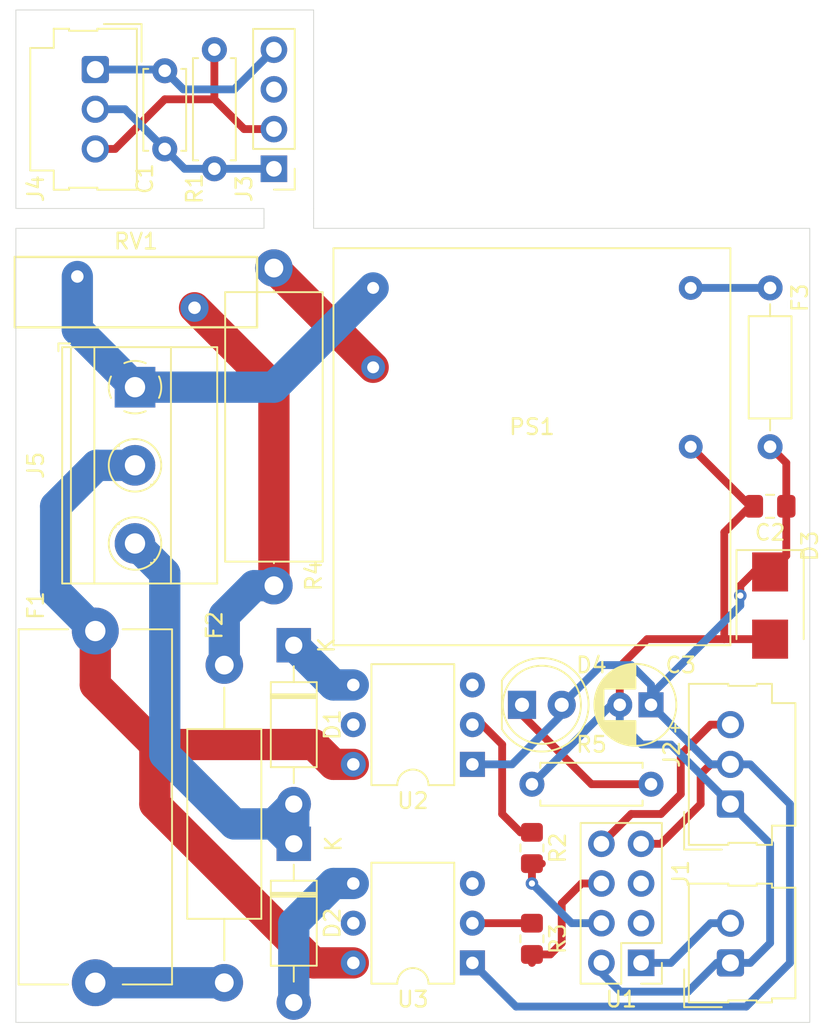
<source format=kicad_pcb>
(kicad_pcb (version 20171130) (host pcbnew 5.1.12-84ad8e8a86~92~ubuntu20.04.1)

  (general
    (thickness 1.6)
    (drawings 13)
    (tracks 140)
    (zones 0)
    (modules 25)
    (nets 29)
  )

  (page A4)
  (layers
    (0 F.Cu signal)
    (31 B.Cu signal)
    (32 B.Adhes user)
    (33 F.Adhes user)
    (34 B.Paste user)
    (35 F.Paste user)
    (36 B.SilkS user)
    (37 F.SilkS user)
    (38 B.Mask user)
    (39 F.Mask user)
    (40 Dwgs.User user)
    (41 Cmts.User user)
    (42 Eco1.User user)
    (43 Eco2.User user)
    (44 Edge.Cuts user)
    (45 Margin user)
    (46 B.CrtYd user)
    (47 F.CrtYd user)
    (48 B.Fab user)
    (49 F.Fab user)
  )

  (setup
    (last_trace_width 0.25)
    (user_trace_width 0.5)
    (user_trace_width 2)
    (trace_clearance 0.2)
    (zone_clearance 0.508)
    (zone_45_only no)
    (trace_min 0.2)
    (via_size 0.8)
    (via_drill 0.4)
    (via_min_size 0.4)
    (via_min_drill 0.3)
    (uvia_size 0.3)
    (uvia_drill 0.1)
    (uvias_allowed no)
    (uvia_min_size 0.2)
    (uvia_min_drill 0.1)
    (edge_width 0.05)
    (segment_width 0.2)
    (pcb_text_width 0.3)
    (pcb_text_size 1.5 1.5)
    (mod_edge_width 0.12)
    (mod_text_size 1 1)
    (mod_text_width 0.15)
    (pad_size 1.524 1.524)
    (pad_drill 0.762)
    (pad_to_mask_clearance 0)
    (aux_axis_origin 0 0)
    (visible_elements FFFFFF7F)
    (pcbplotparams
      (layerselection 0x010fc_ffffffff)
      (usegerberextensions true)
      (usegerberattributes false)
      (usegerberadvancedattributes false)
      (creategerberjobfile false)
      (excludeedgelayer true)
      (linewidth 0.100000)
      (plotframeref false)
      (viasonmask false)
      (mode 1)
      (useauxorigin false)
      (hpglpennumber 1)
      (hpglpenspeed 20)
      (hpglpendiameter 15.000000)
      (psnegative false)
      (psa4output false)
      (plotreference true)
      (plotvalue true)
      (plotinvisibletext false)
      (padsonsilk false)
      (subtractmaskfromsilk true)
      (outputformat 1)
      (mirror false)
      (drillshape 0)
      (scaleselection 1)
      (outputdirectory ""))
  )

  (net 0 "")
  (net 1 "Net-(C1-Pad1)")
  (net 2 "Net-(C1-Pad2)")
  (net 3 +3V3)
  (net 4 GND)
  (net 5 /Pilote)
  (net 6 "Net-(D1-Pad1)")
  (net 7 "Net-(D2-Pad2)")
  (net 8 "Net-(D4-Pad1)")
  (net 9 "Net-(F1-Pad1)")
  (net 10 /Phase)
  (net 11 "Net-(F2-Pad1)")
  (net 12 "Net-(F3-Pad2)")
  (net 13 /DEBUG_TX)
  (net 14 /TEMP_DATA)
  (net 15 "Net-(J3-Pad2)")
  (net 16 "Net-(J3-Pad3)")
  (net 17 /Neutre)
  (net 18 "Net-(PS1-Pad2)")
  (net 19 /CMD_NEG)
  (net 20 "Net-(R2-Pad1)")
  (net 21 "Net-(R3-Pad1)")
  (net 22 /CMD_POS)
  (net 23 "Net-(U1-Pad3)")
  (net 24 "Net-(U1-Pad5)")
  (net 25 "Net-(U2-Pad5)")
  (net 26 "Net-(U2-Pad3)")
  (net 27 "Net-(U3-Pad3)")
  (net 28 "Net-(U3-Pad5)")

  (net_class Default "This is the default net class."
    (clearance 0.2)
    (trace_width 0.25)
    (via_dia 0.8)
    (via_drill 0.4)
    (uvia_dia 0.3)
    (uvia_drill 0.1)
    (add_net +3V3)
    (add_net /CMD_NEG)
    (add_net /CMD_POS)
    (add_net /DEBUG_TX)
    (add_net /Neutre)
    (add_net /Phase)
    (add_net /Pilote)
    (add_net /TEMP_DATA)
    (add_net GND)
    (add_net "Net-(C1-Pad1)")
    (add_net "Net-(C1-Pad2)")
    (add_net "Net-(D1-Pad1)")
    (add_net "Net-(D2-Pad2)")
    (add_net "Net-(D4-Pad1)")
    (add_net "Net-(F1-Pad1)")
    (add_net "Net-(F2-Pad1)")
    (add_net "Net-(F3-Pad2)")
    (add_net "Net-(J3-Pad2)")
    (add_net "Net-(J3-Pad3)")
    (add_net "Net-(PS1-Pad2)")
    (add_net "Net-(R2-Pad1)")
    (add_net "Net-(R3-Pad1)")
    (add_net "Net-(U1-Pad3)")
    (add_net "Net-(U1-Pad5)")
    (add_net "Net-(U2-Pad3)")
    (add_net "Net-(U2-Pad5)")
    (add_net "Net-(U3-Pad3)")
    (add_net "Net-(U3-Pad5)")
  )

  (module Resistor_THT:R_Axial_DIN0617_L17.0mm_D6.0mm_P20.32mm_Horizontal (layer F.Cu) (tedit 5AE5139B) (tstamp 622EB673)
    (at 67.31 104.14 270)
    (descr "Resistor, Axial_DIN0617 series, Axial, Horizontal, pin pitch=20.32mm, 2W, length*diameter=17*6mm^2, http://www.vishay.com/docs/20128/wkxwrx.pdf")
    (tags "Resistor Axial_DIN0617 series Axial Horizontal pin pitch 20.32mm 2W length 17mm diameter 6mm")
    (path /622775E5)
    (fp_text reference R4 (at 19.685 -2.54 90) (layer F.SilkS)
      (effects (font (size 1 1) (thickness 0.15)))
    )
    (fp_text value "33R 3W" (at 10.16 4.12 90) (layer F.Fab)
      (effects (font (size 1 1) (thickness 0.15)))
    )
    (fp_line (start 1.66 -3) (end 1.66 3) (layer F.Fab) (width 0.1))
    (fp_line (start 1.66 3) (end 18.66 3) (layer F.Fab) (width 0.1))
    (fp_line (start 18.66 3) (end 18.66 -3) (layer F.Fab) (width 0.1))
    (fp_line (start 18.66 -3) (end 1.66 -3) (layer F.Fab) (width 0.1))
    (fp_line (start 0 0) (end 1.66 0) (layer F.Fab) (width 0.1))
    (fp_line (start 20.32 0) (end 18.66 0) (layer F.Fab) (width 0.1))
    (fp_line (start 1.54 -3.12) (end 1.54 3.12) (layer F.SilkS) (width 0.12))
    (fp_line (start 1.54 3.12) (end 18.78 3.12) (layer F.SilkS) (width 0.12))
    (fp_line (start 18.78 3.12) (end 18.78 -3.12) (layer F.SilkS) (width 0.12))
    (fp_line (start 18.78 -3.12) (end 1.54 -3.12) (layer F.SilkS) (width 0.12))
    (fp_line (start 1.44 0) (end 1.54 0) (layer F.SilkS) (width 0.12))
    (fp_line (start 18.88 0) (end 18.78 0) (layer F.SilkS) (width 0.12))
    (fp_line (start -1.45 -3.25) (end -1.45 3.25) (layer F.CrtYd) (width 0.05))
    (fp_line (start -1.45 3.25) (end 21.77 3.25) (layer F.CrtYd) (width 0.05))
    (fp_line (start 21.77 3.25) (end 21.77 -3.25) (layer F.CrtYd) (width 0.05))
    (fp_line (start 21.77 -3.25) (end -1.45 -3.25) (layer F.CrtYd) (width 0.05))
    (fp_text user %R (at 10.16 0 90) (layer F.Fab)
      (effects (font (size 1 1) (thickness 0.15)))
    )
    (pad 1 thru_hole circle (at 0 0 270) (size 2.4 2.4) (drill 1.2) (layers *.Cu *.Mask)
      (net 18 "Net-(PS1-Pad2)"))
    (pad 2 thru_hole oval (at 20.32 0 270) (size 2.4 2.4) (drill 1.2) (layers *.Cu *.Mask)
      (net 11 "Net-(F2-Pad1)"))
    (model ${KISYS3DMOD}/Resistor_THT.3dshapes/R_Axial_DIN0617_L17.0mm_D6.0mm_P20.32mm_Horizontal.wrl
      (at (xyz 0 0 0))
      (scale (xyz 1 1 1))
      (rotate (xyz 0 0 0))
    )
  )

  (module Fuse:Fuseholder_Cylinder-5x20mm_Schurter_0031_8201_Horizontal_Open (layer F.Cu) (tedit 5D717D34) (tstamp 622EB500)
    (at 55.88 149.86 90)
    (descr "Fuseholder horizontal open, 5x20mm, 500V, 16A, Schurter 0031.8201, https://us.schurter.com/bundles/snceschurter/epim/_ProdPool_/newDS/en/typ_OGN.pdf")
    (tags "Fuseholder horizontal open 5x20 Schurter 0031.8201")
    (path /61BA95E5)
    (fp_text reference F1 (at 24.13 -3.81 90) (layer F.SilkS)
      (effects (font (size 1 1) (thickness 0.15)))
    )
    (fp_text value "Fuse 1A retard 250V" (at 11.25 6 90) (layer F.Fab)
      (effects (font (size 1 1) (thickness 0.15)))
    )
    (fp_line (start 0 -4.8) (end 0 4.8) (layer F.Fab) (width 0.1))
    (fp_line (start 0 4.8) (end 22.5 4.8) (layer F.Fab) (width 0.1))
    (fp_line (start 22.5 4.8) (end 22.5 -4.8) (layer F.Fab) (width 0.1))
    (fp_line (start 22.5 -4.8) (end 0 -4.8) (layer F.Fab) (width 0.1))
    (fp_line (start -1.75 5.05) (end -1.75 -5.05) (layer F.CrtYd) (width 0.05))
    (fp_line (start 22.61 4.91) (end 22.61 1.75) (layer F.SilkS) (width 0.12))
    (fp_line (start 22.61 -1.75) (end 22.61 -4.91) (layer F.SilkS) (width 0.12))
    (fp_line (start -0.11 -1.75) (end -0.11 -4.91) (layer F.SilkS) (width 0.12))
    (fp_line (start -0.11 -4.91) (end 22.61 -4.91) (layer F.SilkS) (width 0.12))
    (fp_line (start 24.25 5.05) (end -1.75 5.05) (layer F.CrtYd) (width 0.05))
    (fp_line (start -1.75 -5.05) (end 24.25 -5.05) (layer F.CrtYd) (width 0.05))
    (fp_line (start -0.11 4.91) (end 22.61 4.91) (layer F.SilkS) (width 0.12))
    (fp_line (start 24.25 -5.05) (end 24.25 5.05) (layer F.CrtYd) (width 0.05))
    (fp_line (start -0.11 4.91) (end -0.11 1.75) (layer F.SilkS) (width 0.12))
    (fp_text user %R (at 11.25 4 90) (layer F.Fab)
      (effects (font (size 1 1) (thickness 0.15)))
    )
    (pad 1 thru_hole circle (at 0 0 90) (size 3 3) (drill 1.3) (layers *.Cu *.Mask)
      (net 9 "Net-(F1-Pad1)"))
    (pad 2 thru_hole circle (at 22.5 0 90) (size 3 3) (drill 1.3) (layers *.Cu *.Mask)
      (net 10 /Phase))
    (pad "" np_thru_hole circle (at 11.25 0 90) (size 2.7 2.7) (drill 2.7) (layers *.Cu *.Mask))
    (model ${KISYS3DMOD}/Fuse.3dshapes/Fuseholder_Cylinder-5x20mm_Schurter_0031_8201_Horizontal_Open.wrl
      (at (xyz 0 0 0))
      (scale (xyz 1 1 1))
      (rotate (xyz 0 0 0))
    )
  )

  (module Capacitor_THT:C_Disc_D5.0mm_W2.5mm_P5.00mm (layer F.Cu) (tedit 5AE50EF0) (tstamp 622EB3EE)
    (at 60.325 96.52 90)
    (descr "C, Disc series, Radial, pin pitch=5.00mm, , diameter*width=5*2.5mm^2, Capacitor, http://cdn-reichelt.de/documents/datenblatt/B300/DS_KERKO_TC.pdf")
    (tags "C Disc series Radial pin pitch 5.00mm  diameter 5mm width 2.5mm Capacitor")
    (path /622513BD)
    (fp_text reference C1 (at -1.905 -1.27 90) (layer F.SilkS)
      (effects (font (size 1 1) (thickness 0.15)))
    )
    (fp_text value 100n (at 2.5 2.5 90) (layer F.Fab)
      (effects (font (size 1 1) (thickness 0.15)))
    )
    (fp_line (start 0 -1.25) (end 0 1.25) (layer F.Fab) (width 0.1))
    (fp_line (start 0 1.25) (end 5 1.25) (layer F.Fab) (width 0.1))
    (fp_line (start 5 1.25) (end 5 -1.25) (layer F.Fab) (width 0.1))
    (fp_line (start 5 -1.25) (end 0 -1.25) (layer F.Fab) (width 0.1))
    (fp_line (start -0.12 -1.37) (end 5.12 -1.37) (layer F.SilkS) (width 0.12))
    (fp_line (start -0.12 1.37) (end 5.12 1.37) (layer F.SilkS) (width 0.12))
    (fp_line (start -0.12 -1.37) (end -0.12 -1.055) (layer F.SilkS) (width 0.12))
    (fp_line (start -0.12 1.055) (end -0.12 1.37) (layer F.SilkS) (width 0.12))
    (fp_line (start 5.12 -1.37) (end 5.12 -1.055) (layer F.SilkS) (width 0.12))
    (fp_line (start 5.12 1.055) (end 5.12 1.37) (layer F.SilkS) (width 0.12))
    (fp_line (start -1.05 -1.5) (end -1.05 1.5) (layer F.CrtYd) (width 0.05))
    (fp_line (start -1.05 1.5) (end 6.05 1.5) (layer F.CrtYd) (width 0.05))
    (fp_line (start 6.05 1.5) (end 6.05 -1.5) (layer F.CrtYd) (width 0.05))
    (fp_line (start 6.05 -1.5) (end -1.05 -1.5) (layer F.CrtYd) (width 0.05))
    (fp_text user %R (at 2.5 0 90) (layer F.Fab)
      (effects (font (size 1 1) (thickness 0.15)))
    )
    (pad 1 thru_hole circle (at 0 0 90) (size 1.6 1.6) (drill 0.8) (layers *.Cu *.Mask)
      (net 1 "Net-(C1-Pad1)"))
    (pad 2 thru_hole circle (at 5 0 90) (size 1.6 1.6) (drill 0.8) (layers *.Cu *.Mask)
      (net 2 "Net-(C1-Pad2)"))
    (model ${KISYS3DMOD}/Capacitor_THT.3dshapes/C_Disc_D5.0mm_W2.5mm_P5.00mm.wrl
      (at (xyz 0 0 0))
      (scale (xyz 1 1 1))
      (rotate (xyz 0 0 0))
    )
  )

  (module Capacitor_SMD:C_0805_2012Metric_Pad1.18x1.45mm_HandSolder (layer F.Cu) (tedit 5F68FEEF) (tstamp 622EB3FF)
    (at 99.06 119.38 180)
    (descr "Capacitor SMD 0805 (2012 Metric), square (rectangular) end terminal, IPC_7351 nominal with elongated pad for handsoldering. (Body size source: IPC-SM-782 page 76, https://www.pcb-3d.com/wordpress/wp-content/uploads/ipc-sm-782a_amendment_1_and_2.pdf, https://docs.google.com/spreadsheets/d/1BsfQQcO9C6DZCsRaXUlFlo91Tg2WpOkGARC1WS5S8t0/edit?usp=sharing), generated with kicad-footprint-generator")
    (tags "capacitor handsolder")
    (path /6227A8FD)
    (attr smd)
    (fp_text reference C2 (at 0 -1.68 180) (layer F.SilkS)
      (effects (font (size 1 1) (thickness 0.15)))
    )
    (fp_text value 1u (at 0 1.68 180) (layer F.Fab)
      (effects (font (size 1 1) (thickness 0.15)))
    )
    (fp_line (start -1 0.625) (end -1 -0.625) (layer F.Fab) (width 0.1))
    (fp_line (start -1 -0.625) (end 1 -0.625) (layer F.Fab) (width 0.1))
    (fp_line (start 1 -0.625) (end 1 0.625) (layer F.Fab) (width 0.1))
    (fp_line (start 1 0.625) (end -1 0.625) (layer F.Fab) (width 0.1))
    (fp_line (start -0.261252 -0.735) (end 0.261252 -0.735) (layer F.SilkS) (width 0.12))
    (fp_line (start -0.261252 0.735) (end 0.261252 0.735) (layer F.SilkS) (width 0.12))
    (fp_line (start -1.88 0.98) (end -1.88 -0.98) (layer F.CrtYd) (width 0.05))
    (fp_line (start -1.88 -0.98) (end 1.88 -0.98) (layer F.CrtYd) (width 0.05))
    (fp_line (start 1.88 -0.98) (end 1.88 0.98) (layer F.CrtYd) (width 0.05))
    (fp_line (start 1.88 0.98) (end -1.88 0.98) (layer F.CrtYd) (width 0.05))
    (fp_text user %R (at 0 0 180) (layer F.Fab)
      (effects (font (size 0.5 0.5) (thickness 0.08)))
    )
    (pad 1 smd roundrect (at -1.0375 0 180) (size 1.175 1.45) (layers F.Cu F.Paste F.Mask) (roundrect_rratio 0.2127659574468085)
      (net 3 +3V3))
    (pad 2 smd roundrect (at 1.0375 0 180) (size 1.175 1.45) (layers F.Cu F.Paste F.Mask) (roundrect_rratio 0.2127659574468085)
      (net 4 GND))
    (model ${KISYS3DMOD}/Capacitor_SMD.3dshapes/C_0805_2012Metric.wrl
      (at (xyz 0 0 0))
      (scale (xyz 1 1 1))
      (rotate (xyz 0 0 0))
    )
  )

  (module Capacitor_THT:CP_Radial_D5.0mm_P2.00mm (layer F.Cu) (tedit 5AE50EF0) (tstamp 622EB482)
    (at 91.44 132.08 180)
    (descr "CP, Radial series, Radial, pin pitch=2.00mm, , diameter=5mm, Electrolytic Capacitor")
    (tags "CP Radial series Radial pin pitch 2.00mm  diameter 5mm Electrolytic Capacitor")
    (path /6227B5D9)
    (fp_text reference C3 (at -1.905 2.54) (layer F.SilkS)
      (effects (font (size 1 1) (thickness 0.15)))
    )
    (fp_text value 150u (at 1 3.75) (layer F.Fab)
      (effects (font (size 1 1) (thickness 0.15)))
    )
    (fp_circle (center 1 0) (end 3.5 0) (layer F.Fab) (width 0.1))
    (fp_circle (center 1 0) (end 3.62 0) (layer F.SilkS) (width 0.12))
    (fp_circle (center 1 0) (end 3.75 0) (layer F.CrtYd) (width 0.05))
    (fp_line (start -1.133605 -1.0875) (end -0.633605 -1.0875) (layer F.Fab) (width 0.1))
    (fp_line (start -0.883605 -1.3375) (end -0.883605 -0.8375) (layer F.Fab) (width 0.1))
    (fp_line (start 1 1.04) (end 1 2.58) (layer F.SilkS) (width 0.12))
    (fp_line (start 1 -2.58) (end 1 -1.04) (layer F.SilkS) (width 0.12))
    (fp_line (start 1.04 1.04) (end 1.04 2.58) (layer F.SilkS) (width 0.12))
    (fp_line (start 1.04 -2.58) (end 1.04 -1.04) (layer F.SilkS) (width 0.12))
    (fp_line (start 1.08 -2.579) (end 1.08 -1.04) (layer F.SilkS) (width 0.12))
    (fp_line (start 1.08 1.04) (end 1.08 2.579) (layer F.SilkS) (width 0.12))
    (fp_line (start 1.12 -2.578) (end 1.12 -1.04) (layer F.SilkS) (width 0.12))
    (fp_line (start 1.12 1.04) (end 1.12 2.578) (layer F.SilkS) (width 0.12))
    (fp_line (start 1.16 -2.576) (end 1.16 -1.04) (layer F.SilkS) (width 0.12))
    (fp_line (start 1.16 1.04) (end 1.16 2.576) (layer F.SilkS) (width 0.12))
    (fp_line (start 1.2 -2.573) (end 1.2 -1.04) (layer F.SilkS) (width 0.12))
    (fp_line (start 1.2 1.04) (end 1.2 2.573) (layer F.SilkS) (width 0.12))
    (fp_line (start 1.24 -2.569) (end 1.24 -1.04) (layer F.SilkS) (width 0.12))
    (fp_line (start 1.24 1.04) (end 1.24 2.569) (layer F.SilkS) (width 0.12))
    (fp_line (start 1.28 -2.565) (end 1.28 -1.04) (layer F.SilkS) (width 0.12))
    (fp_line (start 1.28 1.04) (end 1.28 2.565) (layer F.SilkS) (width 0.12))
    (fp_line (start 1.32 -2.561) (end 1.32 -1.04) (layer F.SilkS) (width 0.12))
    (fp_line (start 1.32 1.04) (end 1.32 2.561) (layer F.SilkS) (width 0.12))
    (fp_line (start 1.36 -2.556) (end 1.36 -1.04) (layer F.SilkS) (width 0.12))
    (fp_line (start 1.36 1.04) (end 1.36 2.556) (layer F.SilkS) (width 0.12))
    (fp_line (start 1.4 -2.55) (end 1.4 -1.04) (layer F.SilkS) (width 0.12))
    (fp_line (start 1.4 1.04) (end 1.4 2.55) (layer F.SilkS) (width 0.12))
    (fp_line (start 1.44 -2.543) (end 1.44 -1.04) (layer F.SilkS) (width 0.12))
    (fp_line (start 1.44 1.04) (end 1.44 2.543) (layer F.SilkS) (width 0.12))
    (fp_line (start 1.48 -2.536) (end 1.48 -1.04) (layer F.SilkS) (width 0.12))
    (fp_line (start 1.48 1.04) (end 1.48 2.536) (layer F.SilkS) (width 0.12))
    (fp_line (start 1.52 -2.528) (end 1.52 -1.04) (layer F.SilkS) (width 0.12))
    (fp_line (start 1.52 1.04) (end 1.52 2.528) (layer F.SilkS) (width 0.12))
    (fp_line (start 1.56 -2.52) (end 1.56 -1.04) (layer F.SilkS) (width 0.12))
    (fp_line (start 1.56 1.04) (end 1.56 2.52) (layer F.SilkS) (width 0.12))
    (fp_line (start 1.6 -2.511) (end 1.6 -1.04) (layer F.SilkS) (width 0.12))
    (fp_line (start 1.6 1.04) (end 1.6 2.511) (layer F.SilkS) (width 0.12))
    (fp_line (start 1.64 -2.501) (end 1.64 -1.04) (layer F.SilkS) (width 0.12))
    (fp_line (start 1.64 1.04) (end 1.64 2.501) (layer F.SilkS) (width 0.12))
    (fp_line (start 1.68 -2.491) (end 1.68 -1.04) (layer F.SilkS) (width 0.12))
    (fp_line (start 1.68 1.04) (end 1.68 2.491) (layer F.SilkS) (width 0.12))
    (fp_line (start 1.721 -2.48) (end 1.721 -1.04) (layer F.SilkS) (width 0.12))
    (fp_line (start 1.721 1.04) (end 1.721 2.48) (layer F.SilkS) (width 0.12))
    (fp_line (start 1.761 -2.468) (end 1.761 -1.04) (layer F.SilkS) (width 0.12))
    (fp_line (start 1.761 1.04) (end 1.761 2.468) (layer F.SilkS) (width 0.12))
    (fp_line (start 1.801 -2.455) (end 1.801 -1.04) (layer F.SilkS) (width 0.12))
    (fp_line (start 1.801 1.04) (end 1.801 2.455) (layer F.SilkS) (width 0.12))
    (fp_line (start 1.841 -2.442) (end 1.841 -1.04) (layer F.SilkS) (width 0.12))
    (fp_line (start 1.841 1.04) (end 1.841 2.442) (layer F.SilkS) (width 0.12))
    (fp_line (start 1.881 -2.428) (end 1.881 -1.04) (layer F.SilkS) (width 0.12))
    (fp_line (start 1.881 1.04) (end 1.881 2.428) (layer F.SilkS) (width 0.12))
    (fp_line (start 1.921 -2.414) (end 1.921 -1.04) (layer F.SilkS) (width 0.12))
    (fp_line (start 1.921 1.04) (end 1.921 2.414) (layer F.SilkS) (width 0.12))
    (fp_line (start 1.961 -2.398) (end 1.961 -1.04) (layer F.SilkS) (width 0.12))
    (fp_line (start 1.961 1.04) (end 1.961 2.398) (layer F.SilkS) (width 0.12))
    (fp_line (start 2.001 -2.382) (end 2.001 -1.04) (layer F.SilkS) (width 0.12))
    (fp_line (start 2.001 1.04) (end 2.001 2.382) (layer F.SilkS) (width 0.12))
    (fp_line (start 2.041 -2.365) (end 2.041 -1.04) (layer F.SilkS) (width 0.12))
    (fp_line (start 2.041 1.04) (end 2.041 2.365) (layer F.SilkS) (width 0.12))
    (fp_line (start 2.081 -2.348) (end 2.081 -1.04) (layer F.SilkS) (width 0.12))
    (fp_line (start 2.081 1.04) (end 2.081 2.348) (layer F.SilkS) (width 0.12))
    (fp_line (start 2.121 -2.329) (end 2.121 -1.04) (layer F.SilkS) (width 0.12))
    (fp_line (start 2.121 1.04) (end 2.121 2.329) (layer F.SilkS) (width 0.12))
    (fp_line (start 2.161 -2.31) (end 2.161 -1.04) (layer F.SilkS) (width 0.12))
    (fp_line (start 2.161 1.04) (end 2.161 2.31) (layer F.SilkS) (width 0.12))
    (fp_line (start 2.201 -2.29) (end 2.201 -1.04) (layer F.SilkS) (width 0.12))
    (fp_line (start 2.201 1.04) (end 2.201 2.29) (layer F.SilkS) (width 0.12))
    (fp_line (start 2.241 -2.268) (end 2.241 -1.04) (layer F.SilkS) (width 0.12))
    (fp_line (start 2.241 1.04) (end 2.241 2.268) (layer F.SilkS) (width 0.12))
    (fp_line (start 2.281 -2.247) (end 2.281 -1.04) (layer F.SilkS) (width 0.12))
    (fp_line (start 2.281 1.04) (end 2.281 2.247) (layer F.SilkS) (width 0.12))
    (fp_line (start 2.321 -2.224) (end 2.321 -1.04) (layer F.SilkS) (width 0.12))
    (fp_line (start 2.321 1.04) (end 2.321 2.224) (layer F.SilkS) (width 0.12))
    (fp_line (start 2.361 -2.2) (end 2.361 -1.04) (layer F.SilkS) (width 0.12))
    (fp_line (start 2.361 1.04) (end 2.361 2.2) (layer F.SilkS) (width 0.12))
    (fp_line (start 2.401 -2.175) (end 2.401 -1.04) (layer F.SilkS) (width 0.12))
    (fp_line (start 2.401 1.04) (end 2.401 2.175) (layer F.SilkS) (width 0.12))
    (fp_line (start 2.441 -2.149) (end 2.441 -1.04) (layer F.SilkS) (width 0.12))
    (fp_line (start 2.441 1.04) (end 2.441 2.149) (layer F.SilkS) (width 0.12))
    (fp_line (start 2.481 -2.122) (end 2.481 -1.04) (layer F.SilkS) (width 0.12))
    (fp_line (start 2.481 1.04) (end 2.481 2.122) (layer F.SilkS) (width 0.12))
    (fp_line (start 2.521 -2.095) (end 2.521 -1.04) (layer F.SilkS) (width 0.12))
    (fp_line (start 2.521 1.04) (end 2.521 2.095) (layer F.SilkS) (width 0.12))
    (fp_line (start 2.561 -2.065) (end 2.561 -1.04) (layer F.SilkS) (width 0.12))
    (fp_line (start 2.561 1.04) (end 2.561 2.065) (layer F.SilkS) (width 0.12))
    (fp_line (start 2.601 -2.035) (end 2.601 -1.04) (layer F.SilkS) (width 0.12))
    (fp_line (start 2.601 1.04) (end 2.601 2.035) (layer F.SilkS) (width 0.12))
    (fp_line (start 2.641 -2.004) (end 2.641 -1.04) (layer F.SilkS) (width 0.12))
    (fp_line (start 2.641 1.04) (end 2.641 2.004) (layer F.SilkS) (width 0.12))
    (fp_line (start 2.681 -1.971) (end 2.681 -1.04) (layer F.SilkS) (width 0.12))
    (fp_line (start 2.681 1.04) (end 2.681 1.971) (layer F.SilkS) (width 0.12))
    (fp_line (start 2.721 -1.937) (end 2.721 -1.04) (layer F.SilkS) (width 0.12))
    (fp_line (start 2.721 1.04) (end 2.721 1.937) (layer F.SilkS) (width 0.12))
    (fp_line (start 2.761 -1.901) (end 2.761 -1.04) (layer F.SilkS) (width 0.12))
    (fp_line (start 2.761 1.04) (end 2.761 1.901) (layer F.SilkS) (width 0.12))
    (fp_line (start 2.801 -1.864) (end 2.801 -1.04) (layer F.SilkS) (width 0.12))
    (fp_line (start 2.801 1.04) (end 2.801 1.864) (layer F.SilkS) (width 0.12))
    (fp_line (start 2.841 -1.826) (end 2.841 -1.04) (layer F.SilkS) (width 0.12))
    (fp_line (start 2.841 1.04) (end 2.841 1.826) (layer F.SilkS) (width 0.12))
    (fp_line (start 2.881 -1.785) (end 2.881 -1.04) (layer F.SilkS) (width 0.12))
    (fp_line (start 2.881 1.04) (end 2.881 1.785) (layer F.SilkS) (width 0.12))
    (fp_line (start 2.921 -1.743) (end 2.921 -1.04) (layer F.SilkS) (width 0.12))
    (fp_line (start 2.921 1.04) (end 2.921 1.743) (layer F.SilkS) (width 0.12))
    (fp_line (start 2.961 -1.699) (end 2.961 -1.04) (layer F.SilkS) (width 0.12))
    (fp_line (start 2.961 1.04) (end 2.961 1.699) (layer F.SilkS) (width 0.12))
    (fp_line (start 3.001 -1.653) (end 3.001 -1.04) (layer F.SilkS) (width 0.12))
    (fp_line (start 3.001 1.04) (end 3.001 1.653) (layer F.SilkS) (width 0.12))
    (fp_line (start 3.041 -1.605) (end 3.041 1.605) (layer F.SilkS) (width 0.12))
    (fp_line (start 3.081 -1.554) (end 3.081 1.554) (layer F.SilkS) (width 0.12))
    (fp_line (start 3.121 -1.5) (end 3.121 1.5) (layer F.SilkS) (width 0.12))
    (fp_line (start 3.161 -1.443) (end 3.161 1.443) (layer F.SilkS) (width 0.12))
    (fp_line (start 3.201 -1.383) (end 3.201 1.383) (layer F.SilkS) (width 0.12))
    (fp_line (start 3.241 -1.319) (end 3.241 1.319) (layer F.SilkS) (width 0.12))
    (fp_line (start 3.281 -1.251) (end 3.281 1.251) (layer F.SilkS) (width 0.12))
    (fp_line (start 3.321 -1.178) (end 3.321 1.178) (layer F.SilkS) (width 0.12))
    (fp_line (start 3.361 -1.098) (end 3.361 1.098) (layer F.SilkS) (width 0.12))
    (fp_line (start 3.401 -1.011) (end 3.401 1.011) (layer F.SilkS) (width 0.12))
    (fp_line (start 3.441 -0.915) (end 3.441 0.915) (layer F.SilkS) (width 0.12))
    (fp_line (start 3.481 -0.805) (end 3.481 0.805) (layer F.SilkS) (width 0.12))
    (fp_line (start 3.521 -0.677) (end 3.521 0.677) (layer F.SilkS) (width 0.12))
    (fp_line (start 3.561 -0.518) (end 3.561 0.518) (layer F.SilkS) (width 0.12))
    (fp_line (start 3.601 -0.284) (end 3.601 0.284) (layer F.SilkS) (width 0.12))
    (fp_line (start -1.804775 -1.475) (end -1.304775 -1.475) (layer F.SilkS) (width 0.12))
    (fp_line (start -1.554775 -1.725) (end -1.554775 -1.225) (layer F.SilkS) (width 0.12))
    (fp_text user %R (at 1 0) (layer F.Fab)
      (effects (font (size 1 1) (thickness 0.15)))
    )
    (pad 1 thru_hole rect (at 0 0 180) (size 1.6 1.6) (drill 0.8) (layers *.Cu *.Mask)
      (net 3 +3V3))
    (pad 2 thru_hole circle (at 2 0 180) (size 1.6 1.6) (drill 0.8) (layers *.Cu *.Mask)
      (net 4 GND))
    (model ${KISYS3DMOD}/Capacitor_THT.3dshapes/CP_Radial_D5.0mm_P2.00mm.wrl
      (at (xyz 0 0 0))
      (scale (xyz 1 1 1))
      (rotate (xyz 0 0 0))
    )
  )

  (module Diode_THT:D_DO-41_SOD81_P10.16mm_Horizontal (layer F.Cu) (tedit 5AE50CD5) (tstamp 622EB4A1)
    (at 68.58 128.27 270)
    (descr "Diode, DO-41_SOD81 series, Axial, Horizontal, pin pitch=10.16mm, , length*diameter=5.2*2.7mm^2, , http://www.diodes.com/_files/packages/DO-41%20(Plastic).pdf")
    (tags "Diode DO-41_SOD81 series Axial Horizontal pin pitch 10.16mm  length 5.2mm diameter 2.7mm")
    (path /61B952EF)
    (fp_text reference D1 (at 5.08 -2.47 90) (layer F.SilkS)
      (effects (font (size 1 1) (thickness 0.15)))
    )
    (fp_text value 1N4007 (at 5.08 2.47 90) (layer F.Fab)
      (effects (font (size 1 1) (thickness 0.15)))
    )
    (fp_line (start 11.51 -1.6) (end -1.35 -1.6) (layer F.CrtYd) (width 0.05))
    (fp_line (start 11.51 1.6) (end 11.51 -1.6) (layer F.CrtYd) (width 0.05))
    (fp_line (start -1.35 1.6) (end 11.51 1.6) (layer F.CrtYd) (width 0.05))
    (fp_line (start -1.35 -1.6) (end -1.35 1.6) (layer F.CrtYd) (width 0.05))
    (fp_line (start 3.14 -1.47) (end 3.14 1.47) (layer F.SilkS) (width 0.12))
    (fp_line (start 3.38 -1.47) (end 3.38 1.47) (layer F.SilkS) (width 0.12))
    (fp_line (start 3.26 -1.47) (end 3.26 1.47) (layer F.SilkS) (width 0.12))
    (fp_line (start 8.82 0) (end 7.8 0) (layer F.SilkS) (width 0.12))
    (fp_line (start 1.34 0) (end 2.36 0) (layer F.SilkS) (width 0.12))
    (fp_line (start 7.8 -1.47) (end 2.36 -1.47) (layer F.SilkS) (width 0.12))
    (fp_line (start 7.8 1.47) (end 7.8 -1.47) (layer F.SilkS) (width 0.12))
    (fp_line (start 2.36 1.47) (end 7.8 1.47) (layer F.SilkS) (width 0.12))
    (fp_line (start 2.36 -1.47) (end 2.36 1.47) (layer F.SilkS) (width 0.12))
    (fp_line (start 3.16 -1.35) (end 3.16 1.35) (layer F.Fab) (width 0.1))
    (fp_line (start 3.36 -1.35) (end 3.36 1.35) (layer F.Fab) (width 0.1))
    (fp_line (start 3.26 -1.35) (end 3.26 1.35) (layer F.Fab) (width 0.1))
    (fp_line (start 10.16 0) (end 7.68 0) (layer F.Fab) (width 0.1))
    (fp_line (start 0 0) (end 2.48 0) (layer F.Fab) (width 0.1))
    (fp_line (start 7.68 -1.35) (end 2.48 -1.35) (layer F.Fab) (width 0.1))
    (fp_line (start 7.68 1.35) (end 7.68 -1.35) (layer F.Fab) (width 0.1))
    (fp_line (start 2.48 1.35) (end 7.68 1.35) (layer F.Fab) (width 0.1))
    (fp_line (start 2.48 -1.35) (end 2.48 1.35) (layer F.Fab) (width 0.1))
    (fp_text user K (at 0 -2.1 90) (layer F.SilkS)
      (effects (font (size 1 1) (thickness 0.15)))
    )
    (fp_text user K (at 0 -2.1 90) (layer F.Fab)
      (effects (font (size 1 1) (thickness 0.15)))
    )
    (fp_text user %R (at 5.47 0 90) (layer F.Fab)
      (effects (font (size 1 1) (thickness 0.15)))
    )
    (pad 2 thru_hole oval (at 10.16 0 270) (size 2.2 2.2) (drill 1.1) (layers *.Cu *.Mask)
      (net 5 /Pilote))
    (pad 1 thru_hole rect (at 0 0 270) (size 2.2 2.2) (drill 1.1) (layers *.Cu *.Mask)
      (net 6 "Net-(D1-Pad1)"))
    (model ${KISYS3DMOD}/Diode_THT.3dshapes/D_DO-41_SOD81_P10.16mm_Horizontal.wrl
      (at (xyz 0 0 0))
      (scale (xyz 1 1 1))
      (rotate (xyz 0 0 0))
    )
  )

  (module Diode_THT:D_DO-41_SOD81_P10.16mm_Horizontal (layer F.Cu) (tedit 5AE50CD5) (tstamp 622EB4C0)
    (at 68.58 140.97 270)
    (descr "Diode, DO-41_SOD81 series, Axial, Horizontal, pin pitch=10.16mm, , length*diameter=5.2*2.7mm^2, , http://www.diodes.com/_files/packages/DO-41%20(Plastic).pdf")
    (tags "Diode DO-41_SOD81 series Axial Horizontal pin pitch 10.16mm  length 5.2mm diameter 2.7mm")
    (path /61B963FC)
    (fp_text reference D2 (at 5.08 -2.47 90) (layer F.SilkS)
      (effects (font (size 1 1) (thickness 0.15)))
    )
    (fp_text value 1N4007 (at 5.08 2.47 90) (layer F.Fab)
      (effects (font (size 1 1) (thickness 0.15)))
    )
    (fp_line (start 2.48 -1.35) (end 2.48 1.35) (layer F.Fab) (width 0.1))
    (fp_line (start 2.48 1.35) (end 7.68 1.35) (layer F.Fab) (width 0.1))
    (fp_line (start 7.68 1.35) (end 7.68 -1.35) (layer F.Fab) (width 0.1))
    (fp_line (start 7.68 -1.35) (end 2.48 -1.35) (layer F.Fab) (width 0.1))
    (fp_line (start 0 0) (end 2.48 0) (layer F.Fab) (width 0.1))
    (fp_line (start 10.16 0) (end 7.68 0) (layer F.Fab) (width 0.1))
    (fp_line (start 3.26 -1.35) (end 3.26 1.35) (layer F.Fab) (width 0.1))
    (fp_line (start 3.36 -1.35) (end 3.36 1.35) (layer F.Fab) (width 0.1))
    (fp_line (start 3.16 -1.35) (end 3.16 1.35) (layer F.Fab) (width 0.1))
    (fp_line (start 2.36 -1.47) (end 2.36 1.47) (layer F.SilkS) (width 0.12))
    (fp_line (start 2.36 1.47) (end 7.8 1.47) (layer F.SilkS) (width 0.12))
    (fp_line (start 7.8 1.47) (end 7.8 -1.47) (layer F.SilkS) (width 0.12))
    (fp_line (start 7.8 -1.47) (end 2.36 -1.47) (layer F.SilkS) (width 0.12))
    (fp_line (start 1.34 0) (end 2.36 0) (layer F.SilkS) (width 0.12))
    (fp_line (start 8.82 0) (end 7.8 0) (layer F.SilkS) (width 0.12))
    (fp_line (start 3.26 -1.47) (end 3.26 1.47) (layer F.SilkS) (width 0.12))
    (fp_line (start 3.38 -1.47) (end 3.38 1.47) (layer F.SilkS) (width 0.12))
    (fp_line (start 3.14 -1.47) (end 3.14 1.47) (layer F.SilkS) (width 0.12))
    (fp_line (start -1.35 -1.6) (end -1.35 1.6) (layer F.CrtYd) (width 0.05))
    (fp_line (start -1.35 1.6) (end 11.51 1.6) (layer F.CrtYd) (width 0.05))
    (fp_line (start 11.51 1.6) (end 11.51 -1.6) (layer F.CrtYd) (width 0.05))
    (fp_line (start 11.51 -1.6) (end -1.35 -1.6) (layer F.CrtYd) (width 0.05))
    (fp_text user %R (at 5.47 0 90) (layer F.Fab)
      (effects (font (size 1 1) (thickness 0.15)))
    )
    (fp_text user K (at 0 -2.1 90) (layer F.Fab)
      (effects (font (size 1 1) (thickness 0.15)))
    )
    (fp_text user K (at 0 -2.54 90) (layer F.SilkS)
      (effects (font (size 1 1) (thickness 0.15)))
    )
    (pad 1 thru_hole rect (at 0 0 270) (size 2.2 2.2) (drill 1.1) (layers *.Cu *.Mask)
      (net 5 /Pilote))
    (pad 2 thru_hole oval (at 10.16 0 270) (size 2.2 2.2) (drill 1.1) (layers *.Cu *.Mask)
      (net 7 "Net-(D2-Pad2)"))
    (model ${KISYS3DMOD}/Diode_THT.3dshapes/D_DO-41_SOD81_P10.16mm_Horizontal.wrl
      (at (xyz 0 0 0))
      (scale (xyz 1 1 1))
      (rotate (xyz 0 0 0))
    )
  )

  (module Diode_SMD:D_SMB (layer F.Cu) (tedit 58645DF3) (tstamp 622EB4D8)
    (at 99.06 125.73 270)
    (descr "Diode SMB (DO-214AA)")
    (tags "Diode SMB (DO-214AA)")
    (path /6227CD33)
    (attr smd)
    (fp_text reference D3 (at -3.81 -2.54 90) (layer F.SilkS)
      (effects (font (size 1 1) (thickness 0.15)))
    )
    (fp_text value SMBJ7A (at 0 3.1 90) (layer F.Fab)
      (effects (font (size 1 1) (thickness 0.15)))
    )
    (fp_line (start -3.55 -2.15) (end -3.55 2.15) (layer F.SilkS) (width 0.12))
    (fp_line (start 2.3 2) (end -2.3 2) (layer F.Fab) (width 0.1))
    (fp_line (start -2.3 2) (end -2.3 -2) (layer F.Fab) (width 0.1))
    (fp_line (start 2.3 -2) (end 2.3 2) (layer F.Fab) (width 0.1))
    (fp_line (start 2.3 -2) (end -2.3 -2) (layer F.Fab) (width 0.1))
    (fp_line (start -3.65 -2.25) (end 3.65 -2.25) (layer F.CrtYd) (width 0.05))
    (fp_line (start 3.65 -2.25) (end 3.65 2.25) (layer F.CrtYd) (width 0.05))
    (fp_line (start 3.65 2.25) (end -3.65 2.25) (layer F.CrtYd) (width 0.05))
    (fp_line (start -3.65 2.25) (end -3.65 -2.25) (layer F.CrtYd) (width 0.05))
    (fp_line (start -0.64944 0.00102) (end -1.55114 0.00102) (layer F.Fab) (width 0.1))
    (fp_line (start 0.50118 0.00102) (end 1.4994 0.00102) (layer F.Fab) (width 0.1))
    (fp_line (start -0.64944 -0.79908) (end -0.64944 0.80112) (layer F.Fab) (width 0.1))
    (fp_line (start 0.50118 0.75032) (end 0.50118 -0.79908) (layer F.Fab) (width 0.1))
    (fp_line (start -0.64944 0.00102) (end 0.50118 0.75032) (layer F.Fab) (width 0.1))
    (fp_line (start -0.64944 0.00102) (end 0.50118 -0.79908) (layer F.Fab) (width 0.1))
    (fp_line (start -3.55 2.15) (end 2.15 2.15) (layer F.SilkS) (width 0.12))
    (fp_line (start -3.55 -2.15) (end 2.15 -2.15) (layer F.SilkS) (width 0.12))
    (fp_text user %R (at 0 -3 90) (layer F.Fab)
      (effects (font (size 1 1) (thickness 0.15)))
    )
    (pad 1 smd rect (at -2.15 0 270) (size 2.5 2.3) (layers F.Cu F.Paste F.Mask)
      (net 3 +3V3))
    (pad 2 smd rect (at 2.15 0 270) (size 2.5 2.3) (layers F.Cu F.Paste F.Mask)
      (net 4 GND))
    (model ${KISYS3DMOD}/Diode_SMD.3dshapes/D_SMB.wrl
      (at (xyz 0 0 0))
      (scale (xyz 1 1 1))
      (rotate (xyz 0 0 0))
    )
  )

  (module LED_THT:LED_D5.0mm (layer F.Cu) (tedit 5995936A) (tstamp 622EB4EA)
    (at 83.185 132.08)
    (descr "LED, diameter 5.0mm, 2 pins, http://cdn-reichelt.de/documents/datenblatt/A500/LL-504BC2E-009.pdf")
    (tags "LED diameter 5.0mm 2 pins")
    (path /622B3EB5)
    (fp_text reference D4 (at 4.445 -2.54) (layer F.SilkS)
      (effects (font (size 1 1) (thickness 0.15)))
    )
    (fp_text value LED_PWR (at 1.27 3.96) (layer F.Fab)
      (effects (font (size 1 1) (thickness 0.15)))
    )
    (fp_circle (center 1.27 0) (end 3.77 0) (layer F.Fab) (width 0.1))
    (fp_circle (center 1.27 0) (end 3.77 0) (layer F.SilkS) (width 0.12))
    (fp_line (start -1.23 -1.469694) (end -1.23 1.469694) (layer F.Fab) (width 0.1))
    (fp_line (start -1.29 -1.545) (end -1.29 1.545) (layer F.SilkS) (width 0.12))
    (fp_line (start -1.95 -3.25) (end -1.95 3.25) (layer F.CrtYd) (width 0.05))
    (fp_line (start -1.95 3.25) (end 4.5 3.25) (layer F.CrtYd) (width 0.05))
    (fp_line (start 4.5 3.25) (end 4.5 -3.25) (layer F.CrtYd) (width 0.05))
    (fp_line (start 4.5 -3.25) (end -1.95 -3.25) (layer F.CrtYd) (width 0.05))
    (fp_arc (start 1.27 0) (end -1.23 -1.469694) (angle 299.1) (layer F.Fab) (width 0.1))
    (fp_arc (start 1.27 0) (end -1.29 -1.54483) (angle 148.9) (layer F.SilkS) (width 0.12))
    (fp_arc (start 1.27 0) (end -1.29 1.54483) (angle -148.9) (layer F.SilkS) (width 0.12))
    (fp_text user %R (at 1.25 0) (layer F.Fab)
      (effects (font (size 0.8 0.8) (thickness 0.2)))
    )
    (pad 1 thru_hole rect (at 0 0) (size 1.8 1.8) (drill 0.9) (layers *.Cu *.Mask)
      (net 8 "Net-(D4-Pad1)"))
    (pad 2 thru_hole circle (at 2.54 0) (size 1.8 1.8) (drill 0.9) (layers *.Cu *.Mask)
      (net 3 +3V3))
    (model ${KISYS3DMOD}/LED_THT.3dshapes/LED_D5.0mm.wrl
      (at (xyz 0 0 0))
      (scale (xyz 1 1 1))
      (rotate (xyz 0 0 0))
    )
  )

  (module Resistor_THT:R_Axial_DIN0414_L11.9mm_D4.5mm_P20.32mm_Horizontal (layer F.Cu) (tedit 5AE5139B) (tstamp 622EB517)
    (at 64.135 129.54 270)
    (descr "Resistor, Axial_DIN0414 series, Axial, Horizontal, pin pitch=20.32mm, 2W, length*diameter=11.9*4.5mm^2, http://www.vishay.com/docs/20128/wkxwrx.pdf")
    (tags "Resistor Axial_DIN0414 series Axial Horizontal pin pitch 20.32mm 2W length 11.9mm diameter 4.5mm")
    (path /622C2898)
    (fp_text reference F2 (at -2.54 0.635 90) (layer F.SilkS)
      (effects (font (size 1 1) (thickness 0.15)))
    )
    (fp_text value "Fuse Thermal" (at 10.16 3.37 90) (layer F.Fab)
      (effects (font (size 1 1) (thickness 0.15)))
    )
    (fp_line (start 4.21 -2.25) (end 4.21 2.25) (layer F.Fab) (width 0.1))
    (fp_line (start 4.21 2.25) (end 16.11 2.25) (layer F.Fab) (width 0.1))
    (fp_line (start 16.11 2.25) (end 16.11 -2.25) (layer F.Fab) (width 0.1))
    (fp_line (start 16.11 -2.25) (end 4.21 -2.25) (layer F.Fab) (width 0.1))
    (fp_line (start 0 0) (end 4.21 0) (layer F.Fab) (width 0.1))
    (fp_line (start 20.32 0) (end 16.11 0) (layer F.Fab) (width 0.1))
    (fp_line (start 4.09 -2.37) (end 4.09 2.37) (layer F.SilkS) (width 0.12))
    (fp_line (start 4.09 2.37) (end 16.23 2.37) (layer F.SilkS) (width 0.12))
    (fp_line (start 16.23 2.37) (end 16.23 -2.37) (layer F.SilkS) (width 0.12))
    (fp_line (start 16.23 -2.37) (end 4.09 -2.37) (layer F.SilkS) (width 0.12))
    (fp_line (start 1.44 0) (end 4.09 0) (layer F.SilkS) (width 0.12))
    (fp_line (start 18.88 0) (end 16.23 0) (layer F.SilkS) (width 0.12))
    (fp_line (start -1.45 -2.5) (end -1.45 2.5) (layer F.CrtYd) (width 0.05))
    (fp_line (start -1.45 2.5) (end 21.77 2.5) (layer F.CrtYd) (width 0.05))
    (fp_line (start 21.77 2.5) (end 21.77 -2.5) (layer F.CrtYd) (width 0.05))
    (fp_line (start 21.77 -2.5) (end -1.45 -2.5) (layer F.CrtYd) (width 0.05))
    (fp_text user %R (at 10.16 0 90) (layer F.Fab)
      (effects (font (size 1 1) (thickness 0.15)))
    )
    (pad 1 thru_hole circle (at 0 0 270) (size 2.4 2.4) (drill 1.2) (layers *.Cu *.Mask)
      (net 11 "Net-(F2-Pad1)"))
    (pad 2 thru_hole oval (at 20.32 0 270) (size 2.4 2.4) (drill 1.2) (layers *.Cu *.Mask)
      (net 9 "Net-(F1-Pad1)"))
    (model ${KISYS3DMOD}/Resistor_THT.3dshapes/R_Axial_DIN0414_L11.9mm_D4.5mm_P20.32mm_Horizontal.wrl
      (at (xyz 0 0 0))
      (scale (xyz 1 1 1))
      (rotate (xyz 0 0 0))
    )
  )

  (module Resistor_THT:R_Axial_DIN0207_L6.3mm_D2.5mm_P10.16mm_Horizontal (layer F.Cu) (tedit 5AE5139B) (tstamp 622EB52E)
    (at 99.06 115.57 90)
    (descr "Resistor, Axial_DIN0207 series, Axial, Horizontal, pin pitch=10.16mm, 0.25W = 1/4W, length*diameter=6.3*2.5mm^2, http://cdn-reichelt.de/documents/datenblatt/B400/1_4W%23YAG.pdf")
    (tags "Resistor Axial_DIN0207 series Axial Horizontal pin pitch 10.16mm 0.25W = 1/4W length 6.3mm diameter 2.5mm")
    (path /622CB305)
    (fp_text reference F3 (at 9.525 1.905 -90) (layer F.SilkS)
      (effects (font (size 1 1) (thickness 0.15)))
    )
    (fp_text value "Fuse 750 mA fast" (at 5.08 2.37 -90) (layer F.Fab)
      (effects (font (size 1 1) (thickness 0.15)))
    )
    (fp_line (start 1.93 -1.25) (end 1.93 1.25) (layer F.Fab) (width 0.1))
    (fp_line (start 1.93 1.25) (end 8.23 1.25) (layer F.Fab) (width 0.1))
    (fp_line (start 8.23 1.25) (end 8.23 -1.25) (layer F.Fab) (width 0.1))
    (fp_line (start 8.23 -1.25) (end 1.93 -1.25) (layer F.Fab) (width 0.1))
    (fp_line (start 0 0) (end 1.93 0) (layer F.Fab) (width 0.1))
    (fp_line (start 10.16 0) (end 8.23 0) (layer F.Fab) (width 0.1))
    (fp_line (start 1.81 -1.37) (end 1.81 1.37) (layer F.SilkS) (width 0.12))
    (fp_line (start 1.81 1.37) (end 8.35 1.37) (layer F.SilkS) (width 0.12))
    (fp_line (start 8.35 1.37) (end 8.35 -1.37) (layer F.SilkS) (width 0.12))
    (fp_line (start 8.35 -1.37) (end 1.81 -1.37) (layer F.SilkS) (width 0.12))
    (fp_line (start 1.04 0) (end 1.81 0) (layer F.SilkS) (width 0.12))
    (fp_line (start 9.12 0) (end 8.35 0) (layer F.SilkS) (width 0.12))
    (fp_line (start -1.05 -1.5) (end -1.05 1.5) (layer F.CrtYd) (width 0.05))
    (fp_line (start -1.05 1.5) (end 11.21 1.5) (layer F.CrtYd) (width 0.05))
    (fp_line (start 11.21 1.5) (end 11.21 -1.5) (layer F.CrtYd) (width 0.05))
    (fp_line (start 11.21 -1.5) (end -1.05 -1.5) (layer F.CrtYd) (width 0.05))
    (fp_text user %R (at 5.08 0 -90) (layer F.Fab)
      (effects (font (size 1 1) (thickness 0.15)))
    )
    (pad 1 thru_hole circle (at 0 0 90) (size 1.6 1.6) (drill 0.8) (layers *.Cu *.Mask)
      (net 3 +3V3))
    (pad 2 thru_hole oval (at 10.16 0 90) (size 1.6 1.6) (drill 0.8) (layers *.Cu *.Mask)
      (net 12 "Net-(F3-Pad2)"))
    (model ${KISYS3DMOD}/Resistor_THT.3dshapes/R_Axial_DIN0207_L6.3mm_D2.5mm_P10.16mm_Horizontal.wrl
      (at (xyz 0 0 0))
      (scale (xyz 1 1 1))
      (rotate (xyz 0 0 0))
    )
  )

  (module Connector_Molex:Molex_SL_171971-0002_1x02_P2.54mm_Vertical (layer F.Cu) (tedit 5DA36613) (tstamp 622EB55C)
    (at 96.52 148.59 90)
    (descr "Molex Stackable Linear Connector, 171971-0002 (compatible alternatives: 171971-0102, 171971-0202), 2 Pins per row (https://www.molex.com/pdm_docs/sd/1719710002_sd.pdf), generated with kicad-footprint-generator")
    (tags "connector Molex SL vertical")
    (path /6229A497)
    (fp_text reference J1 (at 5.715 -3.175 90) (layer F.SilkS)
      (effects (font (size 1 1) (thickness 0.15)))
    )
    (fp_text value Conn_01x02 (at 1.27 5.25 90) (layer F.Fab)
      (effects (font (size 1 1) (thickness 0.15)))
    )
    (fp_line (start -2.42 -2.55) (end -2.42 -0.24) (layer F.Fab) (width 0.1))
    (fp_line (start -2.42 -0.24) (end -2.29 -0.24) (layer F.Fab) (width 0.1))
    (fp_line (start -2.29 -0.24) (end -2.29 1.79) (layer F.Fab) (width 0.1))
    (fp_line (start -2.29 1.79) (end -2.42 1.79) (layer F.Fab) (width 0.1))
    (fp_line (start -2.42 1.79) (end -2.42 2.55) (layer F.Fab) (width 0.1))
    (fp_line (start -2.42 2.55) (end 4.96 2.55) (layer F.Fab) (width 0.1))
    (fp_line (start 4.96 2.55) (end 4.96 1.79) (layer F.Fab) (width 0.1))
    (fp_line (start 4.96 1.79) (end 4.83 1.79) (layer F.Fab) (width 0.1))
    (fp_line (start 4.83 1.79) (end 4.83 -0.24) (layer F.Fab) (width 0.1))
    (fp_line (start 4.83 -0.24) (end 4.96 -0.24) (layer F.Fab) (width 0.1))
    (fp_line (start 4.96 -0.24) (end 4.96 -2.55) (layer F.Fab) (width 0.1))
    (fp_line (start 4.96 -2.55) (end -2.42 -2.55) (layer F.Fab) (width 0.1))
    (fp_line (start -2.16 2.55) (end -2.16 4.05) (layer F.Fab) (width 0.1))
    (fp_line (start -2.16 4.05) (end 4.7 4.05) (layer F.Fab) (width 0.1))
    (fp_line (start 4.7 4.05) (end 4.7 2.55) (layer F.Fab) (width 0.1))
    (fp_line (start -2.53 -2.66) (end -2.53 -0.13) (layer F.SilkS) (width 0.12))
    (fp_line (start -2.53 -0.13) (end -2.4 -0.13) (layer F.SilkS) (width 0.12))
    (fp_line (start -2.4 -0.13) (end -2.4 1.68) (layer F.SilkS) (width 0.12))
    (fp_line (start -2.4 1.68) (end -2.53 1.68) (layer F.SilkS) (width 0.12))
    (fp_line (start -2.53 1.68) (end -2.53 2.66) (layer F.SilkS) (width 0.12))
    (fp_line (start -2.53 2.66) (end -2.27 2.66) (layer F.SilkS) (width 0.12))
    (fp_line (start -2.27 2.66) (end -2.27 4.16) (layer F.SilkS) (width 0.12))
    (fp_line (start -2.27 4.16) (end 4.81 4.16) (layer F.SilkS) (width 0.12))
    (fp_line (start 4.81 4.16) (end 4.81 2.66) (layer F.SilkS) (width 0.12))
    (fp_line (start 4.81 2.66) (end 5.07 2.66) (layer F.SilkS) (width 0.12))
    (fp_line (start 5.07 2.66) (end 5.07 1.68) (layer F.SilkS) (width 0.12))
    (fp_line (start 5.07 1.68) (end 4.94 1.68) (layer F.SilkS) (width 0.12))
    (fp_line (start 4.94 1.68) (end 4.94 -0.13) (layer F.SilkS) (width 0.12))
    (fp_line (start 4.94 -0.13) (end 5.07 -0.13) (layer F.SilkS) (width 0.12))
    (fp_line (start 5.07 -0.13) (end 5.07 -2.66) (layer F.SilkS) (width 0.12))
    (fp_line (start 5.07 -2.66) (end -2.53 -2.66) (layer F.SilkS) (width 0.12))
    (fp_line (start -2.83 -0.55) (end -2.83 -2.96) (layer F.SilkS) (width 0.12))
    (fp_line (start -2.83 -2.96) (end -0.42 -2.96) (layer F.SilkS) (width 0.12))
    (fp_line (start 0.5 -2.55) (end 0 -1.842893) (layer F.Fab) (width 0.1))
    (fp_line (start 0 -1.842893) (end -0.5 -2.55) (layer F.Fab) (width 0.1))
    (fp_line (start -2.92 -3.05) (end -2.92 4.55) (layer F.CrtYd) (width 0.05))
    (fp_line (start -2.92 4.55) (end 5.46 4.55) (layer F.CrtYd) (width 0.05))
    (fp_line (start 5.46 4.55) (end 5.46 -3.05) (layer F.CrtYd) (width 0.05))
    (fp_line (start 5.46 -3.05) (end -2.92 -3.05) (layer F.CrtYd) (width 0.05))
    (fp_text user %R (at 1.27 1.85 90) (layer F.Fab)
      (effects (font (size 1 1) (thickness 0.15)))
    )
    (pad 1 thru_hole roundrect (at 0 0 90) (size 1.74 1.74) (drill 1.09) (layers *.Cu *.Mask) (roundrect_rratio 0.1436775862068966)
      (net 4 GND))
    (pad 2 thru_hole circle (at 2.54 0 90) (size 1.74 1.74) (drill 1.09) (layers *.Cu *.Mask)
      (net 13 /DEBUG_TX))
    (model ${KISYS3DMOD}/Connector_Molex.3dshapes/Molex_SL_171971-0002_1x02_P2.54mm_Vertical.wrl
      (at (xyz 0 0 0))
      (scale (xyz 1 1 1))
      (rotate (xyz 0 0 0))
    )
  )

  (module Connector_Molex:Molex_SL_171971-0003_1x03_P2.54mm_Vertical (layer F.Cu) (tedit 5DA36613) (tstamp 622EB58B)
    (at 96.52 138.43 90)
    (descr "Molex Stackable Linear Connector, 171971-0003 (compatible alternatives: 171971-0103, 171971-0203), 3 Pins per row (https://www.molex.com/pdm_docs/sd/1719710002_sd.pdf), generated with kicad-footprint-generator")
    (tags "connector Molex SL vertical")
    (path /61B9AD74)
    (fp_text reference J2 (at 3.175 -3.75 90) (layer F.SilkS)
      (effects (font (size 1 1) (thickness 0.15)))
    )
    (fp_text value Conn_01x03 (at 2.54 5.25 90) (layer F.Fab)
      (effects (font (size 1 1) (thickness 0.15)))
    )
    (fp_line (start 8.08 -3.05) (end -3 -3.05) (layer F.CrtYd) (width 0.05))
    (fp_line (start 8.08 4.55) (end 8.08 -3.05) (layer F.CrtYd) (width 0.05))
    (fp_line (start -3 4.55) (end 8.08 4.55) (layer F.CrtYd) (width 0.05))
    (fp_line (start -3 -3.05) (end -3 4.55) (layer F.CrtYd) (width 0.05))
    (fp_line (start 0 -1.842893) (end -0.5 -2.55) (layer F.Fab) (width 0.1))
    (fp_line (start 0.5 -2.55) (end 0 -1.842893) (layer F.Fab) (width 0.1))
    (fp_line (start -2.91 -2.96) (end -0.5 -2.96) (layer F.SilkS) (width 0.12))
    (fp_line (start -2.91 -0.55) (end -2.91 -2.96) (layer F.SilkS) (width 0.12))
    (fp_line (start 7.69 -2.66) (end -2.61 -2.66) (layer F.SilkS) (width 0.12))
    (fp_line (start 7.69 -0.13) (end 7.69 -2.66) (layer F.SilkS) (width 0.12))
    (fp_line (start 7.56 -0.13) (end 7.69 -0.13) (layer F.SilkS) (width 0.12))
    (fp_line (start 7.56 1.68) (end 7.56 -0.13) (layer F.SilkS) (width 0.12))
    (fp_line (start 7.69 1.68) (end 7.56 1.68) (layer F.SilkS) (width 0.12))
    (fp_line (start 7.69 2.66) (end 7.69 1.68) (layer F.SilkS) (width 0.12))
    (fp_line (start 6.46 2.66) (end 7.69 2.66) (layer F.SilkS) (width 0.12))
    (fp_line (start 6.46 4.16) (end 6.46 2.66) (layer F.SilkS) (width 0.12))
    (fp_line (start -1.38 4.16) (end 6.46 4.16) (layer F.SilkS) (width 0.12))
    (fp_line (start -1.38 2.66) (end -1.38 4.16) (layer F.SilkS) (width 0.12))
    (fp_line (start -2.61 2.66) (end -1.38 2.66) (layer F.SilkS) (width 0.12))
    (fp_line (start -2.61 1.68) (end -2.61 2.66) (layer F.SilkS) (width 0.12))
    (fp_line (start -2.48 1.68) (end -2.61 1.68) (layer F.SilkS) (width 0.12))
    (fp_line (start -2.48 -0.13) (end -2.48 1.68) (layer F.SilkS) (width 0.12))
    (fp_line (start -2.61 -0.13) (end -2.48 -0.13) (layer F.SilkS) (width 0.12))
    (fp_line (start -2.61 -2.66) (end -2.61 -0.13) (layer F.SilkS) (width 0.12))
    (fp_line (start 6.35 4.05) (end 6.35 2.55) (layer F.Fab) (width 0.1))
    (fp_line (start -1.27 4.05) (end 6.35 4.05) (layer F.Fab) (width 0.1))
    (fp_line (start -1.27 2.55) (end -1.27 4.05) (layer F.Fab) (width 0.1))
    (fp_line (start 7.58 -2.55) (end -2.5 -2.55) (layer F.Fab) (width 0.1))
    (fp_line (start 7.58 -0.24) (end 7.58 -2.55) (layer F.Fab) (width 0.1))
    (fp_line (start 7.45 -0.24) (end 7.58 -0.24) (layer F.Fab) (width 0.1))
    (fp_line (start 7.45 1.79) (end 7.45 -0.24) (layer F.Fab) (width 0.1))
    (fp_line (start 7.58 1.79) (end 7.45 1.79) (layer F.Fab) (width 0.1))
    (fp_line (start 7.58 2.55) (end 7.58 1.79) (layer F.Fab) (width 0.1))
    (fp_line (start -2.5 2.55) (end 7.58 2.55) (layer F.Fab) (width 0.1))
    (fp_line (start -2.5 1.79) (end -2.5 2.55) (layer F.Fab) (width 0.1))
    (fp_line (start -2.37 1.79) (end -2.5 1.79) (layer F.Fab) (width 0.1))
    (fp_line (start -2.37 -0.24) (end -2.37 1.79) (layer F.Fab) (width 0.1))
    (fp_line (start -2.5 -0.24) (end -2.37 -0.24) (layer F.Fab) (width 0.1))
    (fp_line (start -2.5 -2.55) (end -2.5 -0.24) (layer F.Fab) (width 0.1))
    (fp_text user %R (at 2.54 1.85 90) (layer F.Fab)
      (effects (font (size 1 1) (thickness 0.15)))
    )
    (pad 3 thru_hole circle (at 5.08 0 90) (size 1.74 1.74) (drill 1.09) (layers *.Cu *.Mask)
      (net 14 /TEMP_DATA))
    (pad 2 thru_hole circle (at 2.54 0 90) (size 1.74 1.74) (drill 1.09) (layers *.Cu *.Mask)
      (net 3 +3V3))
    (pad 1 thru_hole roundrect (at 0 0 90) (size 1.74 1.74) (drill 1.09) (layers *.Cu *.Mask) (roundrect_rratio 0.1436775862068966)
      (net 4 GND))
    (model ${KISYS3DMOD}/Connector_Molex.3dshapes/Molex_SL_171971-0003_1x03_P2.54mm_Vertical.wrl
      (at (xyz 0 0 0))
      (scale (xyz 1 1 1))
      (rotate (xyz 0 0 0))
    )
  )

  (module Connector_PinHeader_2.54mm:PinHeader_1x04_P2.54mm_Vertical (layer F.Cu) (tedit 59FED5CC) (tstamp 622EB5A3)
    (at 67.31 97.79 180)
    (descr "Through hole straight pin header, 1x04, 2.54mm pitch, single row")
    (tags "Through hole pin header THT 1x04 2.54mm single row")
    (path /61BEDC79)
    (fp_text reference J3 (at 1.905 -1.27 270) (layer F.SilkS)
      (effects (font (size 1 1) (thickness 0.15)))
    )
    (fp_text value Conn_01x04 (at 0 9.95) (layer F.Fab)
      (effects (font (size 1 1) (thickness 0.15)))
    )
    (fp_line (start -0.635 -1.27) (end 1.27 -1.27) (layer F.Fab) (width 0.1))
    (fp_line (start 1.27 -1.27) (end 1.27 8.89) (layer F.Fab) (width 0.1))
    (fp_line (start 1.27 8.89) (end -1.27 8.89) (layer F.Fab) (width 0.1))
    (fp_line (start -1.27 8.89) (end -1.27 -0.635) (layer F.Fab) (width 0.1))
    (fp_line (start -1.27 -0.635) (end -0.635 -1.27) (layer F.Fab) (width 0.1))
    (fp_line (start -1.33 8.95) (end 1.33 8.95) (layer F.SilkS) (width 0.12))
    (fp_line (start -1.33 1.27) (end -1.33 8.95) (layer F.SilkS) (width 0.12))
    (fp_line (start 1.33 1.27) (end 1.33 8.95) (layer F.SilkS) (width 0.12))
    (fp_line (start -1.33 1.27) (end 1.33 1.27) (layer F.SilkS) (width 0.12))
    (fp_line (start -1.33 0) (end -1.33 -1.33) (layer F.SilkS) (width 0.12))
    (fp_line (start -1.33 -1.33) (end 0 -1.33) (layer F.SilkS) (width 0.12))
    (fp_line (start -1.8 -1.8) (end -1.8 9.4) (layer F.CrtYd) (width 0.05))
    (fp_line (start -1.8 9.4) (end 1.8 9.4) (layer F.CrtYd) (width 0.05))
    (fp_line (start 1.8 9.4) (end 1.8 -1.8) (layer F.CrtYd) (width 0.05))
    (fp_line (start 1.8 -1.8) (end -1.8 -1.8) (layer F.CrtYd) (width 0.05))
    (fp_text user %R (at 0 3.81 90) (layer F.Fab)
      (effects (font (size 1 1) (thickness 0.15)))
    )
    (pad 1 thru_hole rect (at 0 0 180) (size 1.7 1.7) (drill 1) (layers *.Cu *.Mask)
      (net 1 "Net-(C1-Pad1)"))
    (pad 2 thru_hole oval (at 0 2.54 180) (size 1.7 1.7) (drill 1) (layers *.Cu *.Mask)
      (net 15 "Net-(J3-Pad2)"))
    (pad 3 thru_hole oval (at 0 5.08 180) (size 1.7 1.7) (drill 1) (layers *.Cu *.Mask)
      (net 16 "Net-(J3-Pad3)"))
    (pad 4 thru_hole oval (at 0 7.62 180) (size 1.7 1.7) (drill 1) (layers *.Cu *.Mask)
      (net 2 "Net-(C1-Pad2)"))
    (model ${KISYS3DMOD}/Connector_PinHeader_2.54mm.3dshapes/PinHeader_1x04_P2.54mm_Vertical.wrl
      (at (xyz 0 0 0))
      (scale (xyz 1 1 1))
      (rotate (xyz 0 0 0))
    )
  )

  (module Connector_Molex:Molex_SL_171971-0003_1x03_P2.54mm_Vertical (layer F.Cu) (tedit 5DA36613) (tstamp 622EB5D2)
    (at 55.88 91.44 270)
    (descr "Molex Stackable Linear Connector, 171971-0003 (compatible alternatives: 171971-0103, 171971-0203), 3 Pins per row (https://www.molex.com/pdm_docs/sd/1719710002_sd.pdf), generated with kicad-footprint-generator")
    (tags "connector Molex SL vertical")
    (path /61BECE0B)
    (fp_text reference J4 (at 7.62 3.81 90) (layer F.SilkS)
      (effects (font (size 1 1) (thickness 0.15)))
    )
    (fp_text value Conn_01x03 (at 2.54 5.25 90) (layer F.Fab)
      (effects (font (size 1 1) (thickness 0.15)))
    )
    (fp_line (start -2.5 -2.55) (end -2.5 -0.24) (layer F.Fab) (width 0.1))
    (fp_line (start -2.5 -0.24) (end -2.37 -0.24) (layer F.Fab) (width 0.1))
    (fp_line (start -2.37 -0.24) (end -2.37 1.79) (layer F.Fab) (width 0.1))
    (fp_line (start -2.37 1.79) (end -2.5 1.79) (layer F.Fab) (width 0.1))
    (fp_line (start -2.5 1.79) (end -2.5 2.55) (layer F.Fab) (width 0.1))
    (fp_line (start -2.5 2.55) (end 7.58 2.55) (layer F.Fab) (width 0.1))
    (fp_line (start 7.58 2.55) (end 7.58 1.79) (layer F.Fab) (width 0.1))
    (fp_line (start 7.58 1.79) (end 7.45 1.79) (layer F.Fab) (width 0.1))
    (fp_line (start 7.45 1.79) (end 7.45 -0.24) (layer F.Fab) (width 0.1))
    (fp_line (start 7.45 -0.24) (end 7.58 -0.24) (layer F.Fab) (width 0.1))
    (fp_line (start 7.58 -0.24) (end 7.58 -2.55) (layer F.Fab) (width 0.1))
    (fp_line (start 7.58 -2.55) (end -2.5 -2.55) (layer F.Fab) (width 0.1))
    (fp_line (start -1.27 2.55) (end -1.27 4.05) (layer F.Fab) (width 0.1))
    (fp_line (start -1.27 4.05) (end 6.35 4.05) (layer F.Fab) (width 0.1))
    (fp_line (start 6.35 4.05) (end 6.35 2.55) (layer F.Fab) (width 0.1))
    (fp_line (start -2.61 -2.66) (end -2.61 -0.13) (layer F.SilkS) (width 0.12))
    (fp_line (start -2.61 -0.13) (end -2.48 -0.13) (layer F.SilkS) (width 0.12))
    (fp_line (start -2.48 -0.13) (end -2.48 1.68) (layer F.SilkS) (width 0.12))
    (fp_line (start -2.48 1.68) (end -2.61 1.68) (layer F.SilkS) (width 0.12))
    (fp_line (start -2.61 1.68) (end -2.61 2.66) (layer F.SilkS) (width 0.12))
    (fp_line (start -2.61 2.66) (end -1.38 2.66) (layer F.SilkS) (width 0.12))
    (fp_line (start -1.38 2.66) (end -1.38 4.16) (layer F.SilkS) (width 0.12))
    (fp_line (start -1.38 4.16) (end 6.46 4.16) (layer F.SilkS) (width 0.12))
    (fp_line (start 6.46 4.16) (end 6.46 2.66) (layer F.SilkS) (width 0.12))
    (fp_line (start 6.46 2.66) (end 7.69 2.66) (layer F.SilkS) (width 0.12))
    (fp_line (start 7.69 2.66) (end 7.69 1.68) (layer F.SilkS) (width 0.12))
    (fp_line (start 7.69 1.68) (end 7.56 1.68) (layer F.SilkS) (width 0.12))
    (fp_line (start 7.56 1.68) (end 7.56 -0.13) (layer F.SilkS) (width 0.12))
    (fp_line (start 7.56 -0.13) (end 7.69 -0.13) (layer F.SilkS) (width 0.12))
    (fp_line (start 7.69 -0.13) (end 7.69 -2.66) (layer F.SilkS) (width 0.12))
    (fp_line (start 7.69 -2.66) (end -2.61 -2.66) (layer F.SilkS) (width 0.12))
    (fp_line (start -2.91 -0.55) (end -2.91 -2.96) (layer F.SilkS) (width 0.12))
    (fp_line (start -2.91 -2.96) (end -0.5 -2.96) (layer F.SilkS) (width 0.12))
    (fp_line (start 0.5 -2.55) (end 0 -1.842893) (layer F.Fab) (width 0.1))
    (fp_line (start 0 -1.842893) (end -0.5 -2.55) (layer F.Fab) (width 0.1))
    (fp_line (start -3 -3.05) (end -3 4.55) (layer F.CrtYd) (width 0.05))
    (fp_line (start -3 4.55) (end 8.08 4.55) (layer F.CrtYd) (width 0.05))
    (fp_line (start 8.08 4.55) (end 8.08 -3.05) (layer F.CrtYd) (width 0.05))
    (fp_line (start 8.08 -3.05) (end -3 -3.05) (layer F.CrtYd) (width 0.05))
    (fp_text user %R (at 2.54 1.85 90) (layer F.Fab)
      (effects (font (size 1 1) (thickness 0.15)))
    )
    (pad 1 thru_hole roundrect (at 0 0 270) (size 1.74 1.74) (drill 1.09) (layers *.Cu *.Mask) (roundrect_rratio 0.1436775862068966)
      (net 2 "Net-(C1-Pad2)"))
    (pad 2 thru_hole circle (at 2.54 0 270) (size 1.74 1.74) (drill 1.09) (layers *.Cu *.Mask)
      (net 1 "Net-(C1-Pad1)"))
    (pad 3 thru_hole circle (at 5.08 0 270) (size 1.74 1.74) (drill 1.09) (layers *.Cu *.Mask)
      (net 15 "Net-(J3-Pad2)"))
    (model ${KISYS3DMOD}/Connector_Molex.3dshapes/Molex_SL_171971-0003_1x03_P2.54mm_Vertical.wrl
      (at (xyz 0 0 0))
      (scale (xyz 1 1 1))
      (rotate (xyz 0 0 0))
    )
  )

  (module TerminalBlock_Phoenix:TerminalBlock_Phoenix_MKDS-1,5-3_1x03_P5.00mm_Horizontal (layer F.Cu) (tedit 5B294EE5) (tstamp 622EB607)
    (at 58.42 111.76 270)
    (descr "Terminal Block Phoenix MKDS-1,5-3, 3 pins, pitch 5mm, size 15x9.8mm^2, drill diamater 1.3mm, pad diameter 2.6mm, see http://www.farnell.com/datasheets/100425.pdf, script-generated using https://github.com/pointhi/kicad-footprint-generator/scripts/TerminalBlock_Phoenix")
    (tags "THT Terminal Block Phoenix MKDS-1,5-3 pitch 5mm size 15x9.8mm^2 drill 1.3mm pad 2.6mm")
    (path /6225E54E)
    (fp_text reference J5 (at 5 6.35 90) (layer F.SilkS)
      (effects (font (size 1 1) (thickness 0.15)))
    )
    (fp_text value Conn_01x03 (at 5 5.66 90) (layer F.Fab)
      (effects (font (size 1 1) (thickness 0.15)))
    )
    (fp_circle (center 0 0) (end 1.5 0) (layer F.Fab) (width 0.1))
    (fp_circle (center 5 0) (end 6.5 0) (layer F.Fab) (width 0.1))
    (fp_circle (center 5 0) (end 6.68 0) (layer F.SilkS) (width 0.12))
    (fp_circle (center 10 0) (end 11.5 0) (layer F.Fab) (width 0.1))
    (fp_circle (center 10 0) (end 11.68 0) (layer F.SilkS) (width 0.12))
    (fp_line (start -2.5 -5.2) (end 12.5 -5.2) (layer F.Fab) (width 0.1))
    (fp_line (start 12.5 -5.2) (end 12.5 4.6) (layer F.Fab) (width 0.1))
    (fp_line (start 12.5 4.6) (end -2 4.6) (layer F.Fab) (width 0.1))
    (fp_line (start -2 4.6) (end -2.5 4.1) (layer F.Fab) (width 0.1))
    (fp_line (start -2.5 4.1) (end -2.5 -5.2) (layer F.Fab) (width 0.1))
    (fp_line (start -2.5 4.1) (end 12.5 4.1) (layer F.Fab) (width 0.1))
    (fp_line (start -2.56 4.1) (end 12.56 4.1) (layer F.SilkS) (width 0.12))
    (fp_line (start -2.5 2.6) (end 12.5 2.6) (layer F.Fab) (width 0.1))
    (fp_line (start -2.56 2.6) (end 12.56 2.6) (layer F.SilkS) (width 0.12))
    (fp_line (start -2.5 -2.3) (end 12.5 -2.3) (layer F.Fab) (width 0.1))
    (fp_line (start -2.56 -2.301) (end 12.56 -2.301) (layer F.SilkS) (width 0.12))
    (fp_line (start -2.56 -5.261) (end 12.56 -5.261) (layer F.SilkS) (width 0.12))
    (fp_line (start -2.56 4.66) (end 12.56 4.66) (layer F.SilkS) (width 0.12))
    (fp_line (start -2.56 -5.261) (end -2.56 4.66) (layer F.SilkS) (width 0.12))
    (fp_line (start 12.56 -5.261) (end 12.56 4.66) (layer F.SilkS) (width 0.12))
    (fp_line (start 1.138 -0.955) (end -0.955 1.138) (layer F.Fab) (width 0.1))
    (fp_line (start 0.955 -1.138) (end -1.138 0.955) (layer F.Fab) (width 0.1))
    (fp_line (start 6.138 -0.955) (end 4.046 1.138) (layer F.Fab) (width 0.1))
    (fp_line (start 5.955 -1.138) (end 3.863 0.955) (layer F.Fab) (width 0.1))
    (fp_line (start 6.275 -1.069) (end 6.228 -1.023) (layer F.SilkS) (width 0.12))
    (fp_line (start 3.966 1.239) (end 3.931 1.274) (layer F.SilkS) (width 0.12))
    (fp_line (start 6.07 -1.275) (end 6.035 -1.239) (layer F.SilkS) (width 0.12))
    (fp_line (start 3.773 1.023) (end 3.726 1.069) (layer F.SilkS) (width 0.12))
    (fp_line (start 11.138 -0.955) (end 9.046 1.138) (layer F.Fab) (width 0.1))
    (fp_line (start 10.955 -1.138) (end 8.863 0.955) (layer F.Fab) (width 0.1))
    (fp_line (start 11.275 -1.069) (end 11.228 -1.023) (layer F.SilkS) (width 0.12))
    (fp_line (start 8.966 1.239) (end 8.931 1.274) (layer F.SilkS) (width 0.12))
    (fp_line (start 11.07 -1.275) (end 11.035 -1.239) (layer F.SilkS) (width 0.12))
    (fp_line (start 8.773 1.023) (end 8.726 1.069) (layer F.SilkS) (width 0.12))
    (fp_line (start -2.8 4.16) (end -2.8 4.9) (layer F.SilkS) (width 0.12))
    (fp_line (start -2.8 4.9) (end -2.3 4.9) (layer F.SilkS) (width 0.12))
    (fp_line (start -3 -5.71) (end -3 5.1) (layer F.CrtYd) (width 0.05))
    (fp_line (start -3 5.1) (end 13 5.1) (layer F.CrtYd) (width 0.05))
    (fp_line (start 13 5.1) (end 13 -5.71) (layer F.CrtYd) (width 0.05))
    (fp_line (start 13 -5.71) (end -3 -5.71) (layer F.CrtYd) (width 0.05))
    (fp_arc (start 0 0) (end 0 1.68) (angle -24) (layer F.SilkS) (width 0.12))
    (fp_arc (start 0 0) (end 1.535 0.684) (angle -48) (layer F.SilkS) (width 0.12))
    (fp_arc (start 0 0) (end 0.684 -1.535) (angle -48) (layer F.SilkS) (width 0.12))
    (fp_arc (start 0 0) (end -1.535 -0.684) (angle -48) (layer F.SilkS) (width 0.12))
    (fp_arc (start 0 0) (end -0.684 1.535) (angle -25) (layer F.SilkS) (width 0.12))
    (fp_text user %R (at 5 3.2 90) (layer F.Fab)
      (effects (font (size 1 1) (thickness 0.15)))
    )
    (pad 1 thru_hole rect (at 0 0 270) (size 2.6 2.6) (drill 1.3) (layers *.Cu *.Mask)
      (net 17 /Neutre))
    (pad 2 thru_hole circle (at 5 0 270) (size 2.6 2.6) (drill 1.3) (layers *.Cu *.Mask)
      (net 10 /Phase))
    (pad 3 thru_hole circle (at 10 0 270) (size 2.6 2.6) (drill 1.3) (layers *.Cu *.Mask)
      (net 5 /Pilote))
    (model ${KISYS3DMOD}/TerminalBlock_Phoenix.3dshapes/TerminalBlock_Phoenix_MKDS-1,5-3_1x03_P5.00mm_Horizontal.wrl
      (at (xyz 0 0 0))
      (scale (xyz 1 1 1))
      (rotate (xyz 0 0 0))
    )
  )

  (module Resistor_THT:R_Axial_DIN0207_L6.3mm_D2.5mm_P7.62mm_Horizontal (layer F.Cu) (tedit 5AE5139B) (tstamp 622EB63A)
    (at 63.5 97.79 90)
    (descr "Resistor, Axial_DIN0207 series, Axial, Horizontal, pin pitch=7.62mm, 0.25W = 1/4W, length*diameter=6.3*2.5mm^2, http://cdn-reichelt.de/documents/datenblatt/B400/1_4W%23YAG.pdf")
    (tags "Resistor Axial_DIN0207 series Axial Horizontal pin pitch 7.62mm 0.25W = 1/4W length 6.3mm diameter 2.5mm")
    (path /62255F34)
    (fp_text reference R1 (at -1.27 -1.27 90) (layer F.SilkS)
      (effects (font (size 1 1) (thickness 0.15)))
    )
    (fp_text value 1K (at 3.81 2.37 90) (layer F.Fab)
      (effects (font (size 1 1) (thickness 0.15)))
    )
    (fp_line (start 8.67 -1.5) (end -1.05 -1.5) (layer F.CrtYd) (width 0.05))
    (fp_line (start 8.67 1.5) (end 8.67 -1.5) (layer F.CrtYd) (width 0.05))
    (fp_line (start -1.05 1.5) (end 8.67 1.5) (layer F.CrtYd) (width 0.05))
    (fp_line (start -1.05 -1.5) (end -1.05 1.5) (layer F.CrtYd) (width 0.05))
    (fp_line (start 7.08 1.37) (end 7.08 1.04) (layer F.SilkS) (width 0.12))
    (fp_line (start 0.54 1.37) (end 7.08 1.37) (layer F.SilkS) (width 0.12))
    (fp_line (start 0.54 1.04) (end 0.54 1.37) (layer F.SilkS) (width 0.12))
    (fp_line (start 7.08 -1.37) (end 7.08 -1.04) (layer F.SilkS) (width 0.12))
    (fp_line (start 0.54 -1.37) (end 7.08 -1.37) (layer F.SilkS) (width 0.12))
    (fp_line (start 0.54 -1.04) (end 0.54 -1.37) (layer F.SilkS) (width 0.12))
    (fp_line (start 7.62 0) (end 6.96 0) (layer F.Fab) (width 0.1))
    (fp_line (start 0 0) (end 0.66 0) (layer F.Fab) (width 0.1))
    (fp_line (start 6.96 -1.25) (end 0.66 -1.25) (layer F.Fab) (width 0.1))
    (fp_line (start 6.96 1.25) (end 6.96 -1.25) (layer F.Fab) (width 0.1))
    (fp_line (start 0.66 1.25) (end 6.96 1.25) (layer F.Fab) (width 0.1))
    (fp_line (start 0.66 -1.25) (end 0.66 1.25) (layer F.Fab) (width 0.1))
    (fp_text user %R (at 3.81 0 90) (layer F.Fab)
      (effects (font (size 1 1) (thickness 0.15)))
    )
    (pad 2 thru_hole oval (at 7.62 0 90) (size 1.6 1.6) (drill 0.8) (layers *.Cu *.Mask)
      (net 15 "Net-(J3-Pad2)"))
    (pad 1 thru_hole circle (at 0 0 90) (size 1.6 1.6) (drill 0.8) (layers *.Cu *.Mask)
      (net 1 "Net-(C1-Pad1)"))
    (model ${KISYS3DMOD}/Resistor_THT.3dshapes/R_Axial_DIN0207_L6.3mm_D2.5mm_P7.62mm_Horizontal.wrl
      (at (xyz 0 0 0))
      (scale (xyz 1 1 1))
      (rotate (xyz 0 0 0))
    )
  )

  (module Resistor_SMD:R_0805_2012Metric_Pad1.20x1.40mm_HandSolder (layer F.Cu) (tedit 5F68FEEE) (tstamp 622EB64B)
    (at 83.82 141.24 270)
    (descr "Resistor SMD 0805 (2012 Metric), square (rectangular) end terminal, IPC_7351 nominal with elongated pad for handsoldering. (Body size source: IPC-SM-782 page 72, https://www.pcb-3d.com/wordpress/wp-content/uploads/ipc-sm-782a_amendment_1_and_2.pdf), generated with kicad-footprint-generator")
    (tags "resistor handsolder")
    (path /61BA6AC1)
    (attr smd)
    (fp_text reference R2 (at 0 -1.65 90) (layer F.SilkS)
      (effects (font (size 1 1) (thickness 0.15)))
    )
    (fp_text value 220 (at 0 1.65 90) (layer F.Fab)
      (effects (font (size 1 1) (thickness 0.15)))
    )
    (fp_line (start 1.85 0.95) (end -1.85 0.95) (layer F.CrtYd) (width 0.05))
    (fp_line (start 1.85 -0.95) (end 1.85 0.95) (layer F.CrtYd) (width 0.05))
    (fp_line (start -1.85 -0.95) (end 1.85 -0.95) (layer F.CrtYd) (width 0.05))
    (fp_line (start -1.85 0.95) (end -1.85 -0.95) (layer F.CrtYd) (width 0.05))
    (fp_line (start -0.227064 0.735) (end 0.227064 0.735) (layer F.SilkS) (width 0.12))
    (fp_line (start -0.227064 -0.735) (end 0.227064 -0.735) (layer F.SilkS) (width 0.12))
    (fp_line (start 1 0.625) (end -1 0.625) (layer F.Fab) (width 0.1))
    (fp_line (start 1 -0.625) (end 1 0.625) (layer F.Fab) (width 0.1))
    (fp_line (start -1 -0.625) (end 1 -0.625) (layer F.Fab) (width 0.1))
    (fp_line (start -1 0.625) (end -1 -0.625) (layer F.Fab) (width 0.1))
    (fp_text user %R (at 0 0 90) (layer F.Fab)
      (effects (font (size 0.5 0.5) (thickness 0.08)))
    )
    (pad 2 smd roundrect (at 1 0 270) (size 1.2 1.4) (layers F.Cu F.Paste F.Mask) (roundrect_rratio 0.2083325)
      (net 19 /CMD_NEG))
    (pad 1 smd roundrect (at -1 0 270) (size 1.2 1.4) (layers F.Cu F.Paste F.Mask) (roundrect_rratio 0.2083325)
      (net 20 "Net-(R2-Pad1)"))
    (model ${KISYS3DMOD}/Resistor_SMD.3dshapes/R_0805_2012Metric.wrl
      (at (xyz 0 0 0))
      (scale (xyz 1 1 1))
      (rotate (xyz 0 0 0))
    )
  )

  (module Resistor_SMD:R_0805_2012Metric_Pad1.20x1.40mm_HandSolder (layer F.Cu) (tedit 5F68FEEE) (tstamp 622EB65C)
    (at 83.82 147.05 270)
    (descr "Resistor SMD 0805 (2012 Metric), square (rectangular) end terminal, IPC_7351 nominal with elongated pad for handsoldering. (Body size source: IPC-SM-782 page 72, https://www.pcb-3d.com/wordpress/wp-content/uploads/ipc-sm-782a_amendment_1_and_2.pdf), generated with kicad-footprint-generator")
    (tags "resistor handsolder")
    (path /61BA7BF5)
    (attr smd)
    (fp_text reference R3 (at 0 -1.65 90) (layer F.SilkS)
      (effects (font (size 1 1) (thickness 0.15)))
    )
    (fp_text value 220 (at 0 1.65 90) (layer F.Fab)
      (effects (font (size 1 1) (thickness 0.15)))
    )
    (fp_line (start -1 0.625) (end -1 -0.625) (layer F.Fab) (width 0.1))
    (fp_line (start -1 -0.625) (end 1 -0.625) (layer F.Fab) (width 0.1))
    (fp_line (start 1 -0.625) (end 1 0.625) (layer F.Fab) (width 0.1))
    (fp_line (start 1 0.625) (end -1 0.625) (layer F.Fab) (width 0.1))
    (fp_line (start -0.227064 -0.735) (end 0.227064 -0.735) (layer F.SilkS) (width 0.12))
    (fp_line (start -0.227064 0.735) (end 0.227064 0.735) (layer F.SilkS) (width 0.12))
    (fp_line (start -1.85 0.95) (end -1.85 -0.95) (layer F.CrtYd) (width 0.05))
    (fp_line (start -1.85 -0.95) (end 1.85 -0.95) (layer F.CrtYd) (width 0.05))
    (fp_line (start 1.85 -0.95) (end 1.85 0.95) (layer F.CrtYd) (width 0.05))
    (fp_line (start 1.85 0.95) (end -1.85 0.95) (layer F.CrtYd) (width 0.05))
    (fp_text user %R (at 0 0 90) (layer F.Fab)
      (effects (font (size 0.5 0.5) (thickness 0.08)))
    )
    (pad 1 smd roundrect (at -1 0 270) (size 1.2 1.4) (layers F.Cu F.Paste F.Mask) (roundrect_rratio 0.2083325)
      (net 21 "Net-(R3-Pad1)"))
    (pad 2 smd roundrect (at 1 0 270) (size 1.2 1.4) (layers F.Cu F.Paste F.Mask) (roundrect_rratio 0.2083325)
      (net 22 /CMD_POS))
    (model ${KISYS3DMOD}/Resistor_SMD.3dshapes/R_0805_2012Metric.wrl
      (at (xyz 0 0 0))
      (scale (xyz 1 1 1))
      (rotate (xyz 0 0 0))
    )
  )

  (module Resistor_THT:R_Axial_DIN0207_L6.3mm_D2.5mm_P7.62mm_Horizontal (layer F.Cu) (tedit 5AE5139B) (tstamp 622EB68A)
    (at 91.44 137.16 180)
    (descr "Resistor, Axial_DIN0207 series, Axial, Horizontal, pin pitch=7.62mm, 0.25W = 1/4W, length*diameter=6.3*2.5mm^2, http://cdn-reichelt.de/documents/datenblatt/B400/1_4W%23YAG.pdf")
    (tags "Resistor Axial_DIN0207 series Axial Horizontal pin pitch 7.62mm 0.25W = 1/4W length 6.3mm diameter 2.5mm")
    (path /622B3133)
    (fp_text reference R5 (at 3.81 2.54) (layer F.SilkS)
      (effects (font (size 1 1) (thickness 0.15)))
    )
    (fp_text value 470 (at 3.81 2.37) (layer F.Fab)
      (effects (font (size 1 1) (thickness 0.15)))
    )
    (fp_line (start 0.66 -1.25) (end 0.66 1.25) (layer F.Fab) (width 0.1))
    (fp_line (start 0.66 1.25) (end 6.96 1.25) (layer F.Fab) (width 0.1))
    (fp_line (start 6.96 1.25) (end 6.96 -1.25) (layer F.Fab) (width 0.1))
    (fp_line (start 6.96 -1.25) (end 0.66 -1.25) (layer F.Fab) (width 0.1))
    (fp_line (start 0 0) (end 0.66 0) (layer F.Fab) (width 0.1))
    (fp_line (start 7.62 0) (end 6.96 0) (layer F.Fab) (width 0.1))
    (fp_line (start 0.54 -1.04) (end 0.54 -1.37) (layer F.SilkS) (width 0.12))
    (fp_line (start 0.54 -1.37) (end 7.08 -1.37) (layer F.SilkS) (width 0.12))
    (fp_line (start 7.08 -1.37) (end 7.08 -1.04) (layer F.SilkS) (width 0.12))
    (fp_line (start 0.54 1.04) (end 0.54 1.37) (layer F.SilkS) (width 0.12))
    (fp_line (start 0.54 1.37) (end 7.08 1.37) (layer F.SilkS) (width 0.12))
    (fp_line (start 7.08 1.37) (end 7.08 1.04) (layer F.SilkS) (width 0.12))
    (fp_line (start -1.05 -1.5) (end -1.05 1.5) (layer F.CrtYd) (width 0.05))
    (fp_line (start -1.05 1.5) (end 8.67 1.5) (layer F.CrtYd) (width 0.05))
    (fp_line (start 8.67 1.5) (end 8.67 -1.5) (layer F.CrtYd) (width 0.05))
    (fp_line (start 8.67 -1.5) (end -1.05 -1.5) (layer F.CrtYd) (width 0.05))
    (fp_text user %R (at 3.81 0) (layer F.Fab)
      (effects (font (size 1 1) (thickness 0.15)))
    )
    (pad 1 thru_hole circle (at 0 0 180) (size 1.6 1.6) (drill 0.8) (layers *.Cu *.Mask)
      (net 8 "Net-(D4-Pad1)"))
    (pad 2 thru_hole oval (at 7.62 0 180) (size 1.6 1.6) (drill 0.8) (layers *.Cu *.Mask)
      (net 4 GND))
    (model ${KISYS3DMOD}/Resistor_THT.3dshapes/R_Axial_DIN0207_L6.3mm_D2.5mm_P7.62mm_Horizontal.wrl
      (at (xyz 0 0 0))
      (scale (xyz 1 1 1))
      (rotate (xyz 0 0 0))
    )
  )

  (module Varistor:RV_Disc_D15.5mm_W4.5mm_P7.5mm (layer F.Cu) (tedit 5A0F68DF) (tstamp 622EB69D)
    (at 62.23 106.68 180)
    (descr "Varistor, diameter 15.5mm, width 4.5mm, pitch 7.5mm")
    (tags "varistor SIOV")
    (path /61BA29A0)
    (fp_text reference RV1 (at 3.75 4.25) (layer F.SilkS)
      (effects (font (size 1 1) (thickness 0.15)))
    )
    (fp_text value S14K350 (at 3.75 -2.25) (layer F.Fab)
      (effects (font (size 1 1) (thickness 0.15)))
    )
    (fp_line (start -4.25 3.5) (end 11.75 3.5) (layer F.CrtYd) (width 0.05))
    (fp_line (start -4.25 -1.5) (end 11.75 -1.5) (layer F.CrtYd) (width 0.05))
    (fp_line (start 11.75 -1.5) (end 11.75 3.5) (layer F.CrtYd) (width 0.05))
    (fp_line (start -4.25 -1.5) (end -4.25 3.5) (layer F.CrtYd) (width 0.05))
    (fp_line (start -4 3.25) (end 11.5 3.25) (layer F.SilkS) (width 0.15))
    (fp_line (start -4 -1.25) (end 11.5 -1.25) (layer F.SilkS) (width 0.15))
    (fp_line (start 11.5 -1.25) (end 11.5 3.25) (layer F.SilkS) (width 0.15))
    (fp_line (start -4 -1.25) (end -4 3.25) (layer F.SilkS) (width 0.15))
    (fp_line (start -4 3.25) (end 11.5 3.25) (layer F.Fab) (width 0.1))
    (fp_line (start -4 -1.25) (end 11.5 -1.25) (layer F.Fab) (width 0.1))
    (fp_line (start 11.5 -1.25) (end 11.5 3.25) (layer F.Fab) (width 0.1))
    (fp_line (start -4 -1.25) (end -4 3.25) (layer F.Fab) (width 0.1))
    (fp_text user %R (at 7.62 5.08) (layer F.Fab)
      (effects (font (size 1 1) (thickness 0.15)))
    )
    (pad 1 thru_hole circle (at 0 0 180) (size 1.8 1.8) (drill 0.8) (layers *.Cu *.Mask)
      (net 11 "Net-(F2-Pad1)"))
    (pad 2 thru_hole circle (at 7.5 2 180) (size 1.8 1.8) (drill 0.8) (layers *.Cu *.Mask)
      (net 17 /Neutre))
    (model ${KISYS3DMOD}/Varistor.3dshapes/RV_Disc_D15.5mm_W4.5mm_P7.5mm.wrl
      (at (xyz 0 0 0))
      (scale (xyz 1 1 1))
      (rotate (xyz 0 0 0))
    )
  )

  (module Connector_PinHeader_2.54mm:PinHeader_2x04_P2.54mm_Vertical (layer F.Cu) (tedit 59FED5CC) (tstamp 622EB6BB)
    (at 90.805 148.59 180)
    (descr "Through hole straight pin header, 2x04, 2.54mm pitch, double rows")
    (tags "Through hole pin header THT 2x04 2.54mm double row")
    (path /61B90B01)
    (fp_text reference U1 (at 1.27 -2.33) (layer F.SilkS)
      (effects (font (size 1 1) (thickness 0.15)))
    )
    (fp_text value ESP-01v090 (at 1.27 9.95) (layer F.Fab)
      (effects (font (size 1 1) (thickness 0.15)))
    )
    (fp_line (start 0 -1.27) (end 3.81 -1.27) (layer F.Fab) (width 0.1))
    (fp_line (start 3.81 -1.27) (end 3.81 8.89) (layer F.Fab) (width 0.1))
    (fp_line (start 3.81 8.89) (end -1.27 8.89) (layer F.Fab) (width 0.1))
    (fp_line (start -1.27 8.89) (end -1.27 0) (layer F.Fab) (width 0.1))
    (fp_line (start -1.27 0) (end 0 -1.27) (layer F.Fab) (width 0.1))
    (fp_line (start -1.33 8.95) (end 3.87 8.95) (layer F.SilkS) (width 0.12))
    (fp_line (start -1.33 1.27) (end -1.33 8.95) (layer F.SilkS) (width 0.12))
    (fp_line (start 3.87 -1.33) (end 3.87 8.95) (layer F.SilkS) (width 0.12))
    (fp_line (start -1.33 1.27) (end 1.27 1.27) (layer F.SilkS) (width 0.12))
    (fp_line (start 1.27 1.27) (end 1.27 -1.33) (layer F.SilkS) (width 0.12))
    (fp_line (start 1.27 -1.33) (end 3.87 -1.33) (layer F.SilkS) (width 0.12))
    (fp_line (start -1.33 0) (end -1.33 -1.33) (layer F.SilkS) (width 0.12))
    (fp_line (start -1.33 -1.33) (end 0 -1.33) (layer F.SilkS) (width 0.12))
    (fp_line (start -1.8 -1.8) (end -1.8 9.4) (layer F.CrtYd) (width 0.05))
    (fp_line (start -1.8 9.4) (end 4.35 9.4) (layer F.CrtYd) (width 0.05))
    (fp_line (start 4.35 9.4) (end 4.35 -1.8) (layer F.CrtYd) (width 0.05))
    (fp_line (start 4.35 -1.8) (end -1.8 -1.8) (layer F.CrtYd) (width 0.05))
    (fp_text user %R (at 1.27 3.81 90) (layer F.Fab)
      (effects (font (size 1 1) (thickness 0.15)))
    )
    (pad 1 thru_hole rect (at 0 0 180) (size 1.7 1.7) (drill 1) (layers *.Cu *.Mask)
      (net 13 /DEBUG_TX))
    (pad 2 thru_hole oval (at 2.54 0 180) (size 1.7 1.7) (drill 1) (layers *.Cu *.Mask)
      (net 4 GND))
    (pad 3 thru_hole oval (at 0 2.54 180) (size 1.7 1.7) (drill 1) (layers *.Cu *.Mask)
      (net 23 "Net-(U1-Pad3)"))
    (pad 4 thru_hole oval (at 2.54 2.54 180) (size 1.7 1.7) (drill 1) (layers *.Cu *.Mask)
      (net 19 /CMD_NEG))
    (pad 5 thru_hole oval (at 0 5.08 180) (size 1.7 1.7) (drill 1) (layers *.Cu *.Mask)
      (net 24 "Net-(U1-Pad5)"))
    (pad 6 thru_hole oval (at 2.54 5.08 180) (size 1.7 1.7) (drill 1) (layers *.Cu *.Mask)
      (net 22 /CMD_POS))
    (pad 7 thru_hole oval (at 0 7.62 180) (size 1.7 1.7) (drill 1) (layers *.Cu *.Mask)
      (net 3 +3V3))
    (pad 8 thru_hole oval (at 2.54 7.62 180) (size 1.7 1.7) (drill 1) (layers *.Cu *.Mask)
      (net 14 /TEMP_DATA))
    (model ${KISYS3DMOD}/Connector_PinHeader_2.54mm.3dshapes/PinHeader_2x04_P2.54mm_Vertical.wrl
      (at (xyz 0 0 0))
      (scale (xyz 1 1 1))
      (rotate (xyz 0 0 0))
    )
  )

  (module Package_DIP:DIP-6_W7.62mm (layer F.Cu) (tedit 5A02E8C5) (tstamp 622EB6D5)
    (at 80.01 135.89 180)
    (descr "6-lead though-hole mounted DIP package, row spacing 7.62 mm (300 mils)")
    (tags "THT DIP DIL PDIP 2.54mm 7.62mm 300mil")
    (path /61B90888)
    (fp_text reference U2 (at 3.81 -2.33) (layer F.SilkS)
      (effects (font (size 1 1) (thickness 0.15)))
    )
    (fp_text value MOC3041M (at 3.81 7.41) (layer F.Fab)
      (effects (font (size 1 1) (thickness 0.15)))
    )
    (fp_line (start 1.635 -1.27) (end 6.985 -1.27) (layer F.Fab) (width 0.1))
    (fp_line (start 6.985 -1.27) (end 6.985 6.35) (layer F.Fab) (width 0.1))
    (fp_line (start 6.985 6.35) (end 0.635 6.35) (layer F.Fab) (width 0.1))
    (fp_line (start 0.635 6.35) (end 0.635 -0.27) (layer F.Fab) (width 0.1))
    (fp_line (start 0.635 -0.27) (end 1.635 -1.27) (layer F.Fab) (width 0.1))
    (fp_line (start 2.81 -1.33) (end 1.16 -1.33) (layer F.SilkS) (width 0.12))
    (fp_line (start 1.16 -1.33) (end 1.16 6.41) (layer F.SilkS) (width 0.12))
    (fp_line (start 1.16 6.41) (end 6.46 6.41) (layer F.SilkS) (width 0.12))
    (fp_line (start 6.46 6.41) (end 6.46 -1.33) (layer F.SilkS) (width 0.12))
    (fp_line (start 6.46 -1.33) (end 4.81 -1.33) (layer F.SilkS) (width 0.12))
    (fp_line (start -1.1 -1.55) (end -1.1 6.6) (layer F.CrtYd) (width 0.05))
    (fp_line (start -1.1 6.6) (end 8.7 6.6) (layer F.CrtYd) (width 0.05))
    (fp_line (start 8.7 6.6) (end 8.7 -1.55) (layer F.CrtYd) (width 0.05))
    (fp_line (start 8.7 -1.55) (end -1.1 -1.55) (layer F.CrtYd) (width 0.05))
    (fp_arc (start 3.81 -1.33) (end 2.81 -1.33) (angle -180) (layer F.SilkS) (width 0.12))
    (fp_text user %R (at 3.81 2.54) (layer F.Fab)
      (effects (font (size 1 1) (thickness 0.15)))
    )
    (pad 1 thru_hole rect (at 0 0 180) (size 1.6 1.6) (drill 0.8) (layers *.Cu *.Mask)
      (net 3 +3V3))
    (pad 4 thru_hole oval (at 7.62 5.08 180) (size 1.6 1.6) (drill 0.8) (layers *.Cu *.Mask)
      (net 6 "Net-(D1-Pad1)"))
    (pad 2 thru_hole oval (at 0 2.54 180) (size 1.6 1.6) (drill 0.8) (layers *.Cu *.Mask)
      (net 20 "Net-(R2-Pad1)"))
    (pad 5 thru_hole oval (at 7.62 2.54 180) (size 1.6 1.6) (drill 0.8) (layers *.Cu *.Mask)
      (net 25 "Net-(U2-Pad5)"))
    (pad 3 thru_hole oval (at 0 5.08 180) (size 1.6 1.6) (drill 0.8) (layers *.Cu *.Mask)
      (net 26 "Net-(U2-Pad3)"))
    (pad 6 thru_hole oval (at 7.62 0 180) (size 1.6 1.6) (drill 0.8) (layers *.Cu *.Mask)
      (net 10 /Phase))
    (model ${KISYS3DMOD}/Package_DIP.3dshapes/DIP-6_W7.62mm.wrl
      (at (xyz 0 0 0))
      (scale (xyz 1 1 1))
      (rotate (xyz 0 0 0))
    )
  )

  (module Package_DIP:DIP-6_W7.62mm (layer F.Cu) (tedit 5A02E8C5) (tstamp 622EB6EF)
    (at 80.01 148.59 180)
    (descr "6-lead though-hole mounted DIP package, row spacing 7.62 mm (300 mils)")
    (tags "THT DIP DIL PDIP 2.54mm 7.62mm 300mil")
    (path /61B912AF)
    (fp_text reference U3 (at 3.81 -2.33) (layer F.SilkS)
      (effects (font (size 1 1) (thickness 0.15)))
    )
    (fp_text value MOC3041M (at 3.81 7.41) (layer F.Fab)
      (effects (font (size 1 1) (thickness 0.15)))
    )
    (fp_line (start 8.7 -1.55) (end -1.1 -1.55) (layer F.CrtYd) (width 0.05))
    (fp_line (start 8.7 6.6) (end 8.7 -1.55) (layer F.CrtYd) (width 0.05))
    (fp_line (start -1.1 6.6) (end 8.7 6.6) (layer F.CrtYd) (width 0.05))
    (fp_line (start -1.1 -1.55) (end -1.1 6.6) (layer F.CrtYd) (width 0.05))
    (fp_line (start 6.46 -1.33) (end 4.81 -1.33) (layer F.SilkS) (width 0.12))
    (fp_line (start 6.46 6.41) (end 6.46 -1.33) (layer F.SilkS) (width 0.12))
    (fp_line (start 1.16 6.41) (end 6.46 6.41) (layer F.SilkS) (width 0.12))
    (fp_line (start 1.16 -1.33) (end 1.16 6.41) (layer F.SilkS) (width 0.12))
    (fp_line (start 2.81 -1.33) (end 1.16 -1.33) (layer F.SilkS) (width 0.12))
    (fp_line (start 0.635 -0.27) (end 1.635 -1.27) (layer F.Fab) (width 0.1))
    (fp_line (start 0.635 6.35) (end 0.635 -0.27) (layer F.Fab) (width 0.1))
    (fp_line (start 6.985 6.35) (end 0.635 6.35) (layer F.Fab) (width 0.1))
    (fp_line (start 6.985 -1.27) (end 6.985 6.35) (layer F.Fab) (width 0.1))
    (fp_line (start 1.635 -1.27) (end 6.985 -1.27) (layer F.Fab) (width 0.1))
    (fp_text user %R (at 3.81 2.54) (layer F.Fab)
      (effects (font (size 1 1) (thickness 0.15)))
    )
    (fp_arc (start 3.81 -1.33) (end 2.81 -1.33) (angle -180) (layer F.SilkS) (width 0.12))
    (pad 6 thru_hole oval (at 7.62 0 180) (size 1.6 1.6) (drill 0.8) (layers *.Cu *.Mask)
      (net 10 /Phase))
    (pad 3 thru_hole oval (at 0 5.08 180) (size 1.6 1.6) (drill 0.8) (layers *.Cu *.Mask)
      (net 27 "Net-(U3-Pad3)"))
    (pad 5 thru_hole oval (at 7.62 2.54 180) (size 1.6 1.6) (drill 0.8) (layers *.Cu *.Mask)
      (net 28 "Net-(U3-Pad5)"))
    (pad 2 thru_hole oval (at 0 2.54 180) (size 1.6 1.6) (drill 0.8) (layers *.Cu *.Mask)
      (net 21 "Net-(R3-Pad1)"))
    (pad 4 thru_hole oval (at 7.62 5.08 180) (size 1.6 1.6) (drill 0.8) (layers *.Cu *.Mask)
      (net 7 "Net-(D2-Pad2)"))
    (pad 1 thru_hole rect (at 0 0 180) (size 1.6 1.6) (drill 0.8) (layers *.Cu *.Mask)
      (net 3 +3V3))
    (model ${KISYS3DMOD}/Package_DIP.3dshapes/DIP-6_W7.62mm.wrl
      (at (xyz 0 0 0))
      (scale (xyz 1 1 1))
      (rotate (xyz 0 0 0))
    )
  )

  (module Converter_ACDC:Converter_ACDC_Multicomp_MP-LD05-23BxxR2_THT (layer F.Cu) (tedit 6230F57D) (tstamp 623156E4)
    (at 83.82 115.57)
    (descr https://www.farnell.com/datasheets/3167202.pdf)
    (path /62313C00)
    (fp_text reference PS1 (at 0 -1.27) (layer F.SilkS)
      (effects (font (size 1 1) (thickness 0.15)))
    )
    (fp_text value MP-LD05-23BxxR2 (at 0 15.24) (layer F.Fab)
      (effects (font (size 1 1) (thickness 0.15)))
    )
    (fp_line (start 12.7 -12.7) (end 12.7 12.7) (layer F.SilkS) (width 0.12))
    (fp_line (start 12.7 12.7) (end -12.7 12.7) (layer F.SilkS) (width 0.12))
    (fp_line (start -12.7 12.7) (end -12.7 -12.7) (layer F.SilkS) (width 0.12))
    (fp_line (start -12.7 -12.7) (end 12.7 -12.7) (layer F.SilkS) (width 0.12))
    (fp_text user %R (at 0 0) (layer F.Fab)
      (effects (font (size 1 1) (thickness 0.15)))
    )
    (pad 1 thru_hole circle (at -10.16 -10.16) (size 1.524 1.524) (drill 0.762) (layers *.Cu *.Mask)
      (net 17 /Neutre))
    (pad 2 thru_hole circle (at -10.16 -5.08) (size 1.524 1.524) (drill 0.762) (layers *.Cu *.Mask)
      (net 18 "Net-(PS1-Pad2)"))
    (pad 5 thru_hole circle (at 10.16 -10.16) (size 1.524 1.524) (drill 0.762) (layers *.Cu *.Mask)
      (net 12 "Net-(F3-Pad2)"))
    (pad 4 thru_hole circle (at 10.16 0) (size 1.524 1.524) (drill 0.762) (layers *.Cu *.Mask)
      (net 4 GND))
  )

  (gr_line (start 66.675 100.33) (end 66.675 100.965) (layer Edge.Cuts) (width 0.05) (tstamp 6358E8CC))
  (gr_line (start 69.85 100.33) (end 69.85 100.965) (layer Edge.Cuts) (width 0.05) (tstamp 6358E8CB))
  (gr_line (start 50.8 152.4) (end 101.6 152.4) (layer Edge.Cuts) (width 0.05) (tstamp 6358E5F1))
  (gr_line (start 50.8 101.6) (end 50.8 152.4) (layer Edge.Cuts) (width 0.05))
  (gr_line (start 69.85 101.6) (end 101.6 101.6) (layer Edge.Cuts) (width 0.05) (tstamp 6358E5E5))
  (gr_line (start 69.85 100.965) (end 69.85 101.6) (layer Edge.Cuts) (width 0.05))
  (gr_line (start 66.675 100.33) (end 50.8 100.33) (layer Edge.Cuts) (width 0.05) (tstamp 6358E5E4))
  (gr_line (start 66.675 101.6) (end 66.675 100.965) (layer Edge.Cuts) (width 0.05))
  (gr_line (start 50.8 101.6) (end 66.675 101.6) (layer Edge.Cuts) (width 0.05))
  (gr_line (start 50.8 87.63) (end 50.8 100.33) (layer Edge.Cuts) (width 0.05) (tstamp 6358D3D2))
  (gr_line (start 69.85 87.63) (end 50.8 87.63) (layer Edge.Cuts) (width 0.05))
  (gr_line (start 69.85 100.33) (end 69.85 87.63) (layer Edge.Cuts) (width 0.05))
  (gr_line (start 101.6 101.6) (end 101.6 152.4) (layer Edge.Cuts) (width 0.05))

  (segment (start 63.5 97.79) (end 67.31 97.79) (width 0.5) (layer B.Cu) (net 1))
  (segment (start 57.785 93.98) (end 60.325 96.52) (width 0.5) (layer B.Cu) (net 1))
  (segment (start 55.88 93.98) (end 57.785 93.98) (width 0.5) (layer B.Cu) (net 1))
  (segment (start 61.595 97.79) (end 60.325 96.52) (width 0.5) (layer B.Cu) (net 1))
  (segment (start 63.5 97.79) (end 61.595 97.79) (width 0.5) (layer B.Cu) (net 1))
  (segment (start 55.96 91.52) (end 55.88 91.44) (width 0.5) (layer B.Cu) (net 2))
  (segment (start 60.245 91.44) (end 60.325 91.52) (width 0.5) (layer B.Cu) (net 2))
  (segment (start 55.88 91.44) (end 60.245 91.44) (width 0.5) (layer B.Cu) (net 2))
  (segment (start 61.515 92.71) (end 60.325 91.52) (width 0.5) (layer B.Cu) (net 2))
  (segment (start 64.77 92.71) (end 61.515 92.71) (width 0.5) (layer B.Cu) (net 2))
  (segment (start 67.31 90.17) (end 64.77 92.71) (width 0.5) (layer B.Cu) (net 2))
  (segment (start 100.0975 116.6075) (end 99.06 115.57) (width 0.5) (layer F.Cu) (net 3))
  (segment (start 100.0975 119.38) (end 100.0975 116.6075) (width 0.5) (layer F.Cu) (net 3))
  (segment (start 95.25 135.89) (end 91.44 132.08) (width 0.5) (layer B.Cu) (net 3))
  (segment (start 96.52 135.89) (end 95.25 135.89) (width 0.5) (layer B.Cu) (net 3))
  (segment (start 91.44 132.08) (end 91.44 130.81) (width 0.5) (layer B.Cu) (net 3))
  (segment (start 91.44 130.81) (end 90.17 129.54) (width 0.5) (layer B.Cu) (net 3))
  (segment (start 81.28 149.86) (end 80.01 148.59) (width 0.5) (layer B.Cu) (net 3))
  (segment (start 95.25 135.89) (end 96.52 135.89) (width 0.5) (layer F.Cu) (net 3))
  (segment (start 94.615 136.525) (end 95.25 135.89) (width 0.5) (layer F.Cu) (net 3))
  (segment (start 94.615 138.43) (end 94.615 136.525) (width 0.5) (layer F.Cu) (net 3))
  (segment (start 92.075 140.97) (end 94.615 138.43) (width 0.5) (layer F.Cu) (net 3))
  (segment (start 90.805 140.97) (end 92.075 140.97) (width 0.5) (layer F.Cu) (net 3))
  (segment (start 82.55 135.89) (end 80.01 135.89) (width 0.5) (layer B.Cu) (net 3))
  (segment (start 85.725 132.715) (end 82.55 135.89) (width 0.5) (layer B.Cu) (net 3))
  (segment (start 85.725 132.08) (end 85.725 132.715) (width 0.5) (layer B.Cu) (net 3))
  (segment (start 85.725 132.08) (end 88.265 129.54) (width 0.5) (layer B.Cu) (net 3))
  (segment (start 90.17 129.54) (end 88.265 129.54) (width 0.5) (layer B.Cu) (net 3))
  (segment (start 100.0975 122.5425) (end 99.06 123.58) (width 0.5) (layer F.Cu) (net 3))
  (segment (start 100.0975 119.38) (end 100.0975 122.5425) (width 0.5) (layer F.Cu) (net 3))
  (segment (start 91.44 132.08) (end 91.44 131.445) (width 0.5) (layer B.Cu) (net 3))
  (segment (start 91.44 131.445) (end 97.155 125.73) (width 0.5) (layer B.Cu) (net 3))
  (segment (start 97.155 125.73) (end 97.155 125.095) (width 0.5) (layer B.Cu) (net 3))
  (segment (start 97.155 125.095) (end 97.155 125.095) (width 0.5) (layer B.Cu) (net 3) (tstamp 63598C40))
  (via (at 97.155 125.095) (size 0.8) (drill 0.4) (layers F.Cu B.Cu) (net 3))
  (segment (start 97.155 125.095) (end 97.155 124.46) (width 0.5) (layer F.Cu) (net 3))
  (segment (start 98.035 123.58) (end 99.06 123.58) (width 0.5) (layer F.Cu) (net 3))
  (segment (start 97.155 124.46) (end 98.035 123.58) (width 0.5) (layer F.Cu) (net 3))
  (segment (start 82.55 151.13) (end 80.01 148.59) (width 0.5) (layer B.Cu) (net 3))
  (segment (start 97.536 151.384) (end 82.804 151.384) (width 0.5) (layer B.Cu) (net 3))
  (segment (start 82.804 151.384) (end 82.55 151.13) (width 0.5) (layer B.Cu) (net 3))
  (segment (start 100.33 148.59) (end 97.536 151.384) (width 0.5) (layer B.Cu) (net 3))
  (segment (start 100.33 138.43) (end 100.33 148.59) (width 0.5) (layer B.Cu) (net 3))
  (segment (start 97.79 135.89) (end 100.33 138.43) (width 0.5) (layer B.Cu) (net 3))
  (segment (start 96.52 135.89) (end 97.79 135.89) (width 0.5) (layer B.Cu) (net 3))
  (segment (start 97.79 119.38) (end 93.98 115.57) (width 0.5) (layer F.Cu) (net 4))
  (segment (start 98.0225 119.38) (end 97.79 119.38) (width 0.5) (layer F.Cu) (net 4))
  (segment (start 96.52 148.59) (end 97.79 148.59) (width 0.5) (layer B.Cu) (net 4))
  (segment (start 97.79 148.59) (end 99.06 147.32) (width 0.5) (layer B.Cu) (net 4))
  (segment (start 99.06 140.97) (end 96.52 138.43) (width 0.5) (layer B.Cu) (net 4))
  (segment (start 99.06 147.32) (end 99.06 140.97) (width 0.5) (layer B.Cu) (net 4))
  (segment (start 88.9 132.08) (end 89.44 132.08) (width 0.5) (layer B.Cu) (net 4))
  (segment (start 83.82 137.16) (end 88.9 132.08) (width 0.5) (layer B.Cu) (net 4))
  (segment (start 89.44 133.21137) (end 90.84863 134.62) (width 0.5) (layer B.Cu) (net 4))
  (segment (start 89.44 132.08) (end 89.44 133.21137) (width 0.5) (layer B.Cu) (net 4))
  (segment (start 92.71 134.62) (end 96.52 138.43) (width 0.5) (layer B.Cu) (net 4))
  (segment (start 90.84863 134.62) (end 92.71 134.62) (width 0.5) (layer B.Cu) (net 4))
  (segment (start 95.65 148.59) (end 93.81001 150.42999) (width 0.5) (layer B.Cu) (net 4))
  (segment (start 96.52 148.59) (end 95.65 148.59) (width 0.5) (layer B.Cu) (net 4))
  (segment (start 93.81001 150.42999) (end 89.46999 150.42999) (width 0.5) (layer B.Cu) (net 4))
  (segment (start 88.265 149.225) (end 88.265 148.59) (width 0.5) (layer B.Cu) (net 4))
  (segment (start 89.46999 150.42999) (end 88.265 149.225) (width 0.5) (layer B.Cu) (net 4))
  (segment (start 89.44 132.08) (end 89.44 129.635) (width 0.5) (layer F.Cu) (net 4))
  (segment (start 89.44 129.635) (end 91.195 127.88) (width 0.5) (layer F.Cu) (net 4))
  (segment (start 96.13 121.04) (end 96.13 127.88) (width 0.5) (layer F.Cu) (net 4))
  (segment (start 97.79 119.38) (end 96.13 121.04) (width 0.5) (layer F.Cu) (net 4))
  (segment (start 96.13 127.88) (end 99.06 127.88) (width 0.5) (layer F.Cu) (net 4))
  (segment (start 91.195 127.88) (end 96.13 127.88) (width 0.5) (layer F.Cu) (net 4))
  (segment (start 58.42 121.76) (end 60.325 123.665) (width 2) (layer B.Cu) (net 5))
  (segment (start 60.325 123.665) (end 60.325 135.255) (width 2) (layer B.Cu) (net 5))
  (segment (start 60.325 135.255) (end 64.77 139.7) (width 2) (layer B.Cu) (net 5))
  (segment (start 67.31 139.7) (end 68.58 138.43) (width 2) (layer B.Cu) (net 5))
  (segment (start 64.77 139.7) (end 67.31 139.7) (width 2) (layer B.Cu) (net 5))
  (segment (start 68.58 140.97) (end 68.58 138.43) (width 2) (layer B.Cu) (net 5))
  (segment (start 68.58 140.97) (end 67.31 139.7) (width 2) (layer B.Cu) (net 5))
  (segment (start 71.12 130.81) (end 68.58 128.27) (width 2) (layer B.Cu) (net 6))
  (segment (start 72.39 130.81) (end 71.12 130.81) (width 2) (layer B.Cu) (net 6))
  (segment (start 68.58 146.05) (end 68.58 151.13) (width 2) (layer B.Cu) (net 7))
  (segment (start 72.39 143.51) (end 71.12 143.51) (width 2) (layer B.Cu) (net 7))
  (segment (start 71.12 143.51) (end 68.58 146.05) (width 2) (layer B.Cu) (net 7))
  (segment (start 91.44 137.16) (end 87.63 137.16) (width 0.5) (layer F.Cu) (net 8))
  (segment (start 83.185 132.715) (end 87.63 137.16) (width 0.5) (layer F.Cu) (net 8))
  (segment (start 83.185 132.08) (end 83.185 132.715) (width 0.5) (layer F.Cu) (net 8))
  (segment (start 55.88 149.86) (end 63.5 149.86) (width 2) (layer B.Cu) (net 9))
  (segment (start 58.42 116.76) (end 55.96 116.76) (width 2) (layer B.Cu) (net 10))
  (segment (start 55.96 116.76) (end 53.34 119.38) (width 2) (layer B.Cu) (net 10))
  (segment (start 53.34 124.82) (end 55.88 127.36) (width 2) (layer B.Cu) (net 10))
  (segment (start 53.34 119.38) (end 53.34 124.82) (width 2) (layer B.Cu) (net 10))
  (segment (start 55.88 127.36) (end 55.88 130.81) (width 2) (layer F.Cu) (net 10))
  (segment (start 72.39 135.89) (end 71.12 135.89) (width 2) (layer F.Cu) (net 10))
  (segment (start 71.12 135.89) (end 69.85 134.62) (width 2) (layer F.Cu) (net 10))
  (segment (start 69.85 134.62) (end 59.69 134.62) (width 2) (layer F.Cu) (net 10))
  (segment (start 59.69 134.62) (end 55.88 130.81) (width 2) (layer F.Cu) (net 10))
  (segment (start 69.85 148.59) (end 72.39 148.59) (width 2) (layer F.Cu) (net 10))
  (segment (start 59.69 138.43) (end 69.85 148.59) (width 2) (layer F.Cu) (net 10))
  (segment (start 59.69 134.62) (end 59.69 138.43) (width 2) (layer F.Cu) (net 10))
  (segment (start 62.23 106.68) (end 67.31 111.76) (width 2) (layer F.Cu) (net 11))
  (segment (start 67.31 111.76) (end 67.31 124.46) (width 2) (layer F.Cu) (net 11))
  (segment (start 64.135 126.365) (end 64.135 129.54) (width 2) (layer B.Cu) (net 11))
  (segment (start 66.04 124.46) (end 64.135 126.365) (width 2) (layer B.Cu) (net 11))
  (segment (start 67.31 124.46) (end 66.04 124.46) (width 2) (layer B.Cu) (net 11))
  (segment (start 93.98 105.41) (end 99.06 105.41) (width 0.5) (layer B.Cu) (net 12))
  (segment (start 90.805 148.59) (end 92.71 148.59) (width 0.5) (layer B.Cu) (net 13))
  (segment (start 95.25 146.05) (end 96.52 146.05) (width 0.5) (layer B.Cu) (net 13))
  (segment (start 92.71 148.59) (end 95.25 146.05) (width 0.5) (layer B.Cu) (net 13))
  (segment (start 88.265 140.97) (end 90.17 139.065) (width 0.5) (layer F.Cu) (net 14))
  (segment (start 90.17 139.065) (end 92.075 139.065) (width 0.5) (layer F.Cu) (net 14))
  (segment (start 92.075 139.065) (end 93.345 137.795) (width 0.5) (layer F.Cu) (net 14))
  (segment (start 93.345 137.795) (end 93.345 135.255) (width 0.5) (layer F.Cu) (net 14))
  (segment (start 95.25 133.35) (end 96.52 133.35) (width 0.5) (layer F.Cu) (net 14))
  (segment (start 93.345 135.255) (end 95.25 133.35) (width 0.5) (layer F.Cu) (net 14))
  (segment (start 57.15 96.52) (end 55.88 96.52) (width 0.5) (layer F.Cu) (net 15))
  (segment (start 60.325 93.345) (end 57.15 96.52) (width 0.5) (layer F.Cu) (net 15))
  (segment (start 63.5 93.345) (end 63.5 90.17) (width 0.5) (layer F.Cu) (net 15))
  (segment (start 63.5 93.345) (end 60.325 93.345) (width 0.5) (layer F.Cu) (net 15))
  (segment (start 65.405 95.25) (end 63.5 93.345) (width 0.5) (layer F.Cu) (net 15))
  (segment (start 67.31 95.25) (end 65.405 95.25) (width 0.5) (layer F.Cu) (net 15))
  (segment (start 54.73 108.07) (end 58.42 111.76) (width 2) (layer B.Cu) (net 17))
  (segment (start 54.73 104.68) (end 54.73 108.07) (width 2) (layer B.Cu) (net 17))
  (segment (start 67.31 111.76) (end 73.66 105.41) (width 2) (layer B.Cu) (net 17))
  (segment (start 58.42 111.76) (end 67.31 111.76) (width 2) (layer B.Cu) (net 17))
  (segment (start 67.31 104.14) (end 73.66 110.49) (width 2) (layer F.Cu) (net 18))
  (segment (start 83.82 142.24) (end 84.455 142.24) (width 0.5) (layer F.Cu) (net 19))
  (segment (start 88.265 146.05) (end 86.36 146.05) (width 0.5) (layer B.Cu) (net 19))
  (segment (start 86.36 146.05) (end 83.82 143.51) (width 0.5) (layer B.Cu) (net 19))
  (segment (start 83.82 143.51) (end 83.82 143.51) (width 0.5) (layer B.Cu) (net 19) (tstamp 6358D12D))
  (via (at 83.82 143.51) (size 0.8) (drill 0.4) (layers F.Cu B.Cu) (net 19))
  (segment (start 83.82 143.51) (end 83.82 142.24) (width 0.5) (layer F.Cu) (net 19))
  (segment (start 80.645 133.35) (end 80.01 133.35) (width 0.5) (layer F.Cu) (net 20))
  (segment (start 81.915 134.62) (end 80.645 133.35) (width 0.5) (layer F.Cu) (net 20))
  (segment (start 81.915 139.065) (end 81.915 134.62) (width 0.5) (layer F.Cu) (net 20))
  (segment (start 83.09 140.24) (end 81.915 139.065) (width 0.5) (layer F.Cu) (net 20))
  (segment (start 83.82 140.24) (end 83.09 140.24) (width 0.5) (layer F.Cu) (net 20))
  (segment (start 83.82 146.05) (end 80.01 146.05) (width 0.5) (layer F.Cu) (net 21))
  (segment (start 83.82 148.05) (end 83.82 148.59) (width 0.5) (layer F.Cu) (net 22))
  (segment (start 83.82 148.05) (end 84.995 148.05) (width 0.5) (layer F.Cu) (net 22))
  (segment (start 84.995 148.05) (end 85.725 147.32) (width 0.5) (layer F.Cu) (net 22))
  (segment (start 85.725 147.32) (end 85.725 144.78) (width 0.5) (layer F.Cu) (net 22))
  (segment (start 86.995 143.51) (end 88.265 143.51) (width 0.5) (layer F.Cu) (net 22))
  (segment (start 85.725 144.78) (end 86.995 143.51) (width 0.5) (layer F.Cu) (net 22))

)

</source>
